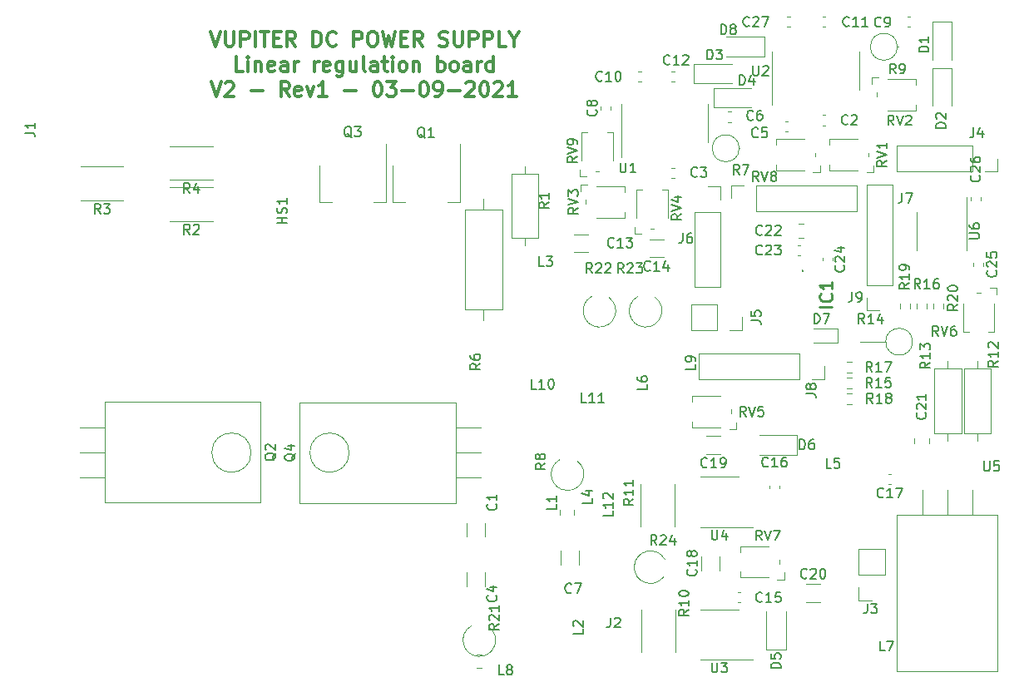
<source format=gbr>
%TF.GenerationSoftware,KiCad,Pcbnew,5.1.9-73d0e3b20d~88~ubuntu20.04.1*%
%TF.CreationDate,2021-03-11T22:20:10-06:00*%
%TF.ProjectId,brd,6272642e-6b69-4636-9164-5f7063625858,rev?*%
%TF.SameCoordinates,Original*%
%TF.FileFunction,Legend,Top*%
%TF.FilePolarity,Positive*%
%FSLAX46Y46*%
G04 Gerber Fmt 4.6, Leading zero omitted, Abs format (unit mm)*
G04 Created by KiCad (PCBNEW 5.1.9-73d0e3b20d~88~ubuntu20.04.1) date 2021-03-11 22:20:10*
%MOMM*%
%LPD*%
G01*
G04 APERTURE LIST*
%ADD10C,0.300000*%
%ADD11C,0.120000*%
%ADD12C,0.200000*%
%ADD13C,0.150000*%
%ADD14C,0.254000*%
G04 APERTURE END LIST*
D10*
X40621428Y-54678571D02*
X41121428Y-56178571D01*
X41621428Y-54678571D01*
X42121428Y-54678571D02*
X42121428Y-55892857D01*
X42192857Y-56035714D01*
X42264285Y-56107142D01*
X42407142Y-56178571D01*
X42692857Y-56178571D01*
X42835714Y-56107142D01*
X42907142Y-56035714D01*
X42978571Y-55892857D01*
X42978571Y-54678571D01*
X43692857Y-56178571D02*
X43692857Y-54678571D01*
X44264285Y-54678571D01*
X44407142Y-54750000D01*
X44478571Y-54821428D01*
X44550000Y-54964285D01*
X44550000Y-55178571D01*
X44478571Y-55321428D01*
X44407142Y-55392857D01*
X44264285Y-55464285D01*
X43692857Y-55464285D01*
X45192857Y-56178571D02*
X45192857Y-54678571D01*
X45692857Y-54678571D02*
X46550000Y-54678571D01*
X46121428Y-56178571D02*
X46121428Y-54678571D01*
X47050000Y-55392857D02*
X47550000Y-55392857D01*
X47764285Y-56178571D02*
X47050000Y-56178571D01*
X47050000Y-54678571D01*
X47764285Y-54678571D01*
X49264285Y-56178571D02*
X48764285Y-55464285D01*
X48407142Y-56178571D02*
X48407142Y-54678571D01*
X48978571Y-54678571D01*
X49121428Y-54750000D01*
X49192857Y-54821428D01*
X49264285Y-54964285D01*
X49264285Y-55178571D01*
X49192857Y-55321428D01*
X49121428Y-55392857D01*
X48978571Y-55464285D01*
X48407142Y-55464285D01*
X51049999Y-56178571D02*
X51049999Y-54678571D01*
X51407142Y-54678571D01*
X51621428Y-54750000D01*
X51764285Y-54892857D01*
X51835714Y-55035714D01*
X51907142Y-55321428D01*
X51907142Y-55535714D01*
X51835714Y-55821428D01*
X51764285Y-55964285D01*
X51621428Y-56107142D01*
X51407142Y-56178571D01*
X51049999Y-56178571D01*
X53407142Y-56035714D02*
X53335714Y-56107142D01*
X53121428Y-56178571D01*
X52978571Y-56178571D01*
X52764285Y-56107142D01*
X52621428Y-55964285D01*
X52549999Y-55821428D01*
X52478571Y-55535714D01*
X52478571Y-55321428D01*
X52549999Y-55035714D01*
X52621428Y-54892857D01*
X52764285Y-54750000D01*
X52978571Y-54678571D01*
X53121428Y-54678571D01*
X53335714Y-54750000D01*
X53407142Y-54821428D01*
X55192857Y-56178571D02*
X55192857Y-54678571D01*
X55764285Y-54678571D01*
X55907142Y-54750000D01*
X55978571Y-54821428D01*
X56049999Y-54964285D01*
X56049999Y-55178571D01*
X55978571Y-55321428D01*
X55907142Y-55392857D01*
X55764285Y-55464285D01*
X55192857Y-55464285D01*
X56978571Y-54678571D02*
X57264285Y-54678571D01*
X57407142Y-54750000D01*
X57549999Y-54892857D01*
X57621428Y-55178571D01*
X57621428Y-55678571D01*
X57549999Y-55964285D01*
X57407142Y-56107142D01*
X57264285Y-56178571D01*
X56978571Y-56178571D01*
X56835714Y-56107142D01*
X56692857Y-55964285D01*
X56621428Y-55678571D01*
X56621428Y-55178571D01*
X56692857Y-54892857D01*
X56835714Y-54750000D01*
X56978571Y-54678571D01*
X58121428Y-54678571D02*
X58478571Y-56178571D01*
X58764285Y-55107142D01*
X59049999Y-56178571D01*
X59407142Y-54678571D01*
X59978571Y-55392857D02*
X60478571Y-55392857D01*
X60692857Y-56178571D02*
X59978571Y-56178571D01*
X59978571Y-54678571D01*
X60692857Y-54678571D01*
X62192857Y-56178571D02*
X61692857Y-55464285D01*
X61335714Y-56178571D02*
X61335714Y-54678571D01*
X61907142Y-54678571D01*
X62049999Y-54750000D01*
X62121428Y-54821428D01*
X62192857Y-54964285D01*
X62192857Y-55178571D01*
X62121428Y-55321428D01*
X62049999Y-55392857D01*
X61907142Y-55464285D01*
X61335714Y-55464285D01*
X63907142Y-56107142D02*
X64121428Y-56178571D01*
X64478571Y-56178571D01*
X64621428Y-56107142D01*
X64692857Y-56035714D01*
X64764285Y-55892857D01*
X64764285Y-55750000D01*
X64692857Y-55607142D01*
X64621428Y-55535714D01*
X64478571Y-55464285D01*
X64192857Y-55392857D01*
X64049999Y-55321428D01*
X63978571Y-55250000D01*
X63907142Y-55107142D01*
X63907142Y-54964285D01*
X63978571Y-54821428D01*
X64049999Y-54750000D01*
X64192857Y-54678571D01*
X64549999Y-54678571D01*
X64764285Y-54750000D01*
X65407142Y-54678571D02*
X65407142Y-55892857D01*
X65478571Y-56035714D01*
X65549999Y-56107142D01*
X65692857Y-56178571D01*
X65978571Y-56178571D01*
X66121428Y-56107142D01*
X66192857Y-56035714D01*
X66264285Y-55892857D01*
X66264285Y-54678571D01*
X66978571Y-56178571D02*
X66978571Y-54678571D01*
X67550000Y-54678571D01*
X67692857Y-54750000D01*
X67764285Y-54821428D01*
X67835714Y-54964285D01*
X67835714Y-55178571D01*
X67764285Y-55321428D01*
X67692857Y-55392857D01*
X67550000Y-55464285D01*
X66978571Y-55464285D01*
X68478571Y-56178571D02*
X68478571Y-54678571D01*
X69050000Y-54678571D01*
X69192857Y-54750000D01*
X69264285Y-54821428D01*
X69335714Y-54964285D01*
X69335714Y-55178571D01*
X69264285Y-55321428D01*
X69192857Y-55392857D01*
X69050000Y-55464285D01*
X68478571Y-55464285D01*
X70692857Y-56178571D02*
X69978571Y-56178571D01*
X69978571Y-54678571D01*
X71478571Y-55464285D02*
X71478571Y-56178571D01*
X70978571Y-54678571D02*
X71478571Y-55464285D01*
X71978571Y-54678571D01*
X43942857Y-58728571D02*
X43228571Y-58728571D01*
X43228571Y-57228571D01*
X44442857Y-58728571D02*
X44442857Y-57728571D01*
X44442857Y-57228571D02*
X44371428Y-57300000D01*
X44442857Y-57371428D01*
X44514285Y-57300000D01*
X44442857Y-57228571D01*
X44442857Y-57371428D01*
X45157142Y-57728571D02*
X45157142Y-58728571D01*
X45157142Y-57871428D02*
X45228571Y-57800000D01*
X45371428Y-57728571D01*
X45585714Y-57728571D01*
X45728571Y-57800000D01*
X45799999Y-57942857D01*
X45799999Y-58728571D01*
X47085714Y-58657142D02*
X46942857Y-58728571D01*
X46657142Y-58728571D01*
X46514285Y-58657142D01*
X46442857Y-58514285D01*
X46442857Y-57942857D01*
X46514285Y-57800000D01*
X46657142Y-57728571D01*
X46942857Y-57728571D01*
X47085714Y-57800000D01*
X47157142Y-57942857D01*
X47157142Y-58085714D01*
X46442857Y-58228571D01*
X48442857Y-58728571D02*
X48442857Y-57942857D01*
X48371428Y-57800000D01*
X48228571Y-57728571D01*
X47942857Y-57728571D01*
X47799999Y-57800000D01*
X48442857Y-58657142D02*
X48299999Y-58728571D01*
X47942857Y-58728571D01*
X47799999Y-58657142D01*
X47728571Y-58514285D01*
X47728571Y-58371428D01*
X47799999Y-58228571D01*
X47942857Y-58157142D01*
X48299999Y-58157142D01*
X48442857Y-58085714D01*
X49157142Y-58728571D02*
X49157142Y-57728571D01*
X49157142Y-58014285D02*
X49228571Y-57871428D01*
X49299999Y-57800000D01*
X49442857Y-57728571D01*
X49585714Y-57728571D01*
X51228571Y-58728571D02*
X51228571Y-57728571D01*
X51228571Y-58014285D02*
X51299999Y-57871428D01*
X51371428Y-57800000D01*
X51514285Y-57728571D01*
X51657142Y-57728571D01*
X52728571Y-58657142D02*
X52585714Y-58728571D01*
X52299999Y-58728571D01*
X52157142Y-58657142D01*
X52085714Y-58514285D01*
X52085714Y-57942857D01*
X52157142Y-57800000D01*
X52299999Y-57728571D01*
X52585714Y-57728571D01*
X52728571Y-57800000D01*
X52799999Y-57942857D01*
X52799999Y-58085714D01*
X52085714Y-58228571D01*
X54085714Y-57728571D02*
X54085714Y-58942857D01*
X54014285Y-59085714D01*
X53942857Y-59157142D01*
X53799999Y-59228571D01*
X53585714Y-59228571D01*
X53442857Y-59157142D01*
X54085714Y-58657142D02*
X53942857Y-58728571D01*
X53657142Y-58728571D01*
X53514285Y-58657142D01*
X53442857Y-58585714D01*
X53371428Y-58442857D01*
X53371428Y-58014285D01*
X53442857Y-57871428D01*
X53514285Y-57800000D01*
X53657142Y-57728571D01*
X53942857Y-57728571D01*
X54085714Y-57800000D01*
X55442857Y-57728571D02*
X55442857Y-58728571D01*
X54799999Y-57728571D02*
X54799999Y-58514285D01*
X54871428Y-58657142D01*
X55014285Y-58728571D01*
X55228571Y-58728571D01*
X55371428Y-58657142D01*
X55442857Y-58585714D01*
X56371428Y-58728571D02*
X56228571Y-58657142D01*
X56157142Y-58514285D01*
X56157142Y-57228571D01*
X57585714Y-58728571D02*
X57585714Y-57942857D01*
X57514285Y-57800000D01*
X57371428Y-57728571D01*
X57085714Y-57728571D01*
X56942857Y-57800000D01*
X57585714Y-58657142D02*
X57442857Y-58728571D01*
X57085714Y-58728571D01*
X56942857Y-58657142D01*
X56871428Y-58514285D01*
X56871428Y-58371428D01*
X56942857Y-58228571D01*
X57085714Y-58157142D01*
X57442857Y-58157142D01*
X57585714Y-58085714D01*
X58085714Y-57728571D02*
X58657142Y-57728571D01*
X58299999Y-57228571D02*
X58299999Y-58514285D01*
X58371428Y-58657142D01*
X58514285Y-58728571D01*
X58657142Y-58728571D01*
X59157142Y-58728571D02*
X59157142Y-57728571D01*
X59157142Y-57228571D02*
X59085714Y-57300000D01*
X59157142Y-57371428D01*
X59228571Y-57300000D01*
X59157142Y-57228571D01*
X59157142Y-57371428D01*
X60085714Y-58728571D02*
X59942857Y-58657142D01*
X59871428Y-58585714D01*
X59799999Y-58442857D01*
X59799999Y-58014285D01*
X59871428Y-57871428D01*
X59942857Y-57800000D01*
X60085714Y-57728571D01*
X60299999Y-57728571D01*
X60442857Y-57800000D01*
X60514285Y-57871428D01*
X60585714Y-58014285D01*
X60585714Y-58442857D01*
X60514285Y-58585714D01*
X60442857Y-58657142D01*
X60299999Y-58728571D01*
X60085714Y-58728571D01*
X61228571Y-57728571D02*
X61228571Y-58728571D01*
X61228571Y-57871428D02*
X61299999Y-57800000D01*
X61442857Y-57728571D01*
X61657142Y-57728571D01*
X61799999Y-57800000D01*
X61871428Y-57942857D01*
X61871428Y-58728571D01*
X63728571Y-58728571D02*
X63728571Y-57228571D01*
X63728571Y-57800000D02*
X63871428Y-57728571D01*
X64157142Y-57728571D01*
X64299999Y-57800000D01*
X64371428Y-57871428D01*
X64442857Y-58014285D01*
X64442857Y-58442857D01*
X64371428Y-58585714D01*
X64299999Y-58657142D01*
X64157142Y-58728571D01*
X63871428Y-58728571D01*
X63728571Y-58657142D01*
X65299999Y-58728571D02*
X65157142Y-58657142D01*
X65085714Y-58585714D01*
X65014285Y-58442857D01*
X65014285Y-58014285D01*
X65085714Y-57871428D01*
X65157142Y-57800000D01*
X65299999Y-57728571D01*
X65514285Y-57728571D01*
X65657142Y-57800000D01*
X65728571Y-57871428D01*
X65799999Y-58014285D01*
X65799999Y-58442857D01*
X65728571Y-58585714D01*
X65657142Y-58657142D01*
X65514285Y-58728571D01*
X65299999Y-58728571D01*
X67085714Y-58728571D02*
X67085714Y-57942857D01*
X67014285Y-57800000D01*
X66871428Y-57728571D01*
X66585714Y-57728571D01*
X66442857Y-57800000D01*
X67085714Y-58657142D02*
X66942857Y-58728571D01*
X66585714Y-58728571D01*
X66442857Y-58657142D01*
X66371428Y-58514285D01*
X66371428Y-58371428D01*
X66442857Y-58228571D01*
X66585714Y-58157142D01*
X66942857Y-58157142D01*
X67085714Y-58085714D01*
X67800000Y-58728571D02*
X67800000Y-57728571D01*
X67800000Y-58014285D02*
X67871428Y-57871428D01*
X67942857Y-57800000D01*
X68085714Y-57728571D01*
X68228571Y-57728571D01*
X69371428Y-58728571D02*
X69371428Y-57228571D01*
X69371428Y-58657142D02*
X69228571Y-58728571D01*
X68942857Y-58728571D01*
X68800000Y-58657142D01*
X68728571Y-58585714D01*
X68657142Y-58442857D01*
X68657142Y-58014285D01*
X68728571Y-57871428D01*
X68800000Y-57800000D01*
X68942857Y-57728571D01*
X69228571Y-57728571D01*
X69371428Y-57800000D01*
X40692857Y-59778571D02*
X41192857Y-61278571D01*
X41692857Y-59778571D01*
X42121428Y-59921428D02*
X42192857Y-59850000D01*
X42335714Y-59778571D01*
X42692857Y-59778571D01*
X42835714Y-59850000D01*
X42907142Y-59921428D01*
X42978571Y-60064285D01*
X42978571Y-60207142D01*
X42907142Y-60421428D01*
X42050000Y-61278571D01*
X42978571Y-61278571D01*
X44764285Y-60707142D02*
X45907142Y-60707142D01*
X48621428Y-61278571D02*
X48121428Y-60564285D01*
X47764285Y-61278571D02*
X47764285Y-59778571D01*
X48335714Y-59778571D01*
X48478571Y-59850000D01*
X48550000Y-59921428D01*
X48621428Y-60064285D01*
X48621428Y-60278571D01*
X48550000Y-60421428D01*
X48478571Y-60492857D01*
X48335714Y-60564285D01*
X47764285Y-60564285D01*
X49835714Y-61207142D02*
X49692857Y-61278571D01*
X49407142Y-61278571D01*
X49264285Y-61207142D01*
X49192857Y-61064285D01*
X49192857Y-60492857D01*
X49264285Y-60350000D01*
X49407142Y-60278571D01*
X49692857Y-60278571D01*
X49835714Y-60350000D01*
X49907142Y-60492857D01*
X49907142Y-60635714D01*
X49192857Y-60778571D01*
X50407142Y-60278571D02*
X50764285Y-61278571D01*
X51121428Y-60278571D01*
X52478571Y-61278571D02*
X51621428Y-61278571D01*
X52050000Y-61278571D02*
X52050000Y-59778571D01*
X51907142Y-59992857D01*
X51764285Y-60135714D01*
X51621428Y-60207142D01*
X54264285Y-60707142D02*
X55407142Y-60707142D01*
X57550000Y-59778571D02*
X57692857Y-59778571D01*
X57835714Y-59850000D01*
X57907142Y-59921428D01*
X57978571Y-60064285D01*
X58050000Y-60350000D01*
X58050000Y-60707142D01*
X57978571Y-60992857D01*
X57907142Y-61135714D01*
X57835714Y-61207142D01*
X57692857Y-61278571D01*
X57550000Y-61278571D01*
X57407142Y-61207142D01*
X57335714Y-61135714D01*
X57264285Y-60992857D01*
X57192857Y-60707142D01*
X57192857Y-60350000D01*
X57264285Y-60064285D01*
X57335714Y-59921428D01*
X57407142Y-59850000D01*
X57550000Y-59778571D01*
X58550000Y-59778571D02*
X59478571Y-59778571D01*
X58978571Y-60350000D01*
X59192857Y-60350000D01*
X59335714Y-60421428D01*
X59407142Y-60492857D01*
X59478571Y-60635714D01*
X59478571Y-60992857D01*
X59407142Y-61135714D01*
X59335714Y-61207142D01*
X59192857Y-61278571D01*
X58764285Y-61278571D01*
X58621428Y-61207142D01*
X58550000Y-61135714D01*
X60121428Y-60707142D02*
X61264285Y-60707142D01*
X62264285Y-59778571D02*
X62407142Y-59778571D01*
X62550000Y-59850000D01*
X62621428Y-59921428D01*
X62692857Y-60064285D01*
X62764285Y-60350000D01*
X62764285Y-60707142D01*
X62692857Y-60992857D01*
X62621428Y-61135714D01*
X62550000Y-61207142D01*
X62407142Y-61278571D01*
X62264285Y-61278571D01*
X62121428Y-61207142D01*
X62050000Y-61135714D01*
X61978571Y-60992857D01*
X61907142Y-60707142D01*
X61907142Y-60350000D01*
X61978571Y-60064285D01*
X62050000Y-59921428D01*
X62121428Y-59850000D01*
X62264285Y-59778571D01*
X63478571Y-61278571D02*
X63764285Y-61278571D01*
X63907142Y-61207142D01*
X63978571Y-61135714D01*
X64121428Y-60921428D01*
X64192857Y-60635714D01*
X64192857Y-60064285D01*
X64121428Y-59921428D01*
X64050000Y-59850000D01*
X63907142Y-59778571D01*
X63621428Y-59778571D01*
X63478571Y-59850000D01*
X63407142Y-59921428D01*
X63335714Y-60064285D01*
X63335714Y-60421428D01*
X63407142Y-60564285D01*
X63478571Y-60635714D01*
X63621428Y-60707142D01*
X63907142Y-60707142D01*
X64050000Y-60635714D01*
X64121428Y-60564285D01*
X64192857Y-60421428D01*
X64835714Y-60707142D02*
X65978571Y-60707142D01*
X66621428Y-59921428D02*
X66692857Y-59850000D01*
X66835714Y-59778571D01*
X67192857Y-59778571D01*
X67335714Y-59850000D01*
X67407142Y-59921428D01*
X67478571Y-60064285D01*
X67478571Y-60207142D01*
X67407142Y-60421428D01*
X66550000Y-61278571D01*
X67478571Y-61278571D01*
X68407142Y-59778571D02*
X68550000Y-59778571D01*
X68692857Y-59850000D01*
X68764285Y-59921428D01*
X68835714Y-60064285D01*
X68907142Y-60350000D01*
X68907142Y-60707142D01*
X68835714Y-60992857D01*
X68764285Y-61135714D01*
X68692857Y-61207142D01*
X68550000Y-61278571D01*
X68407142Y-61278571D01*
X68264285Y-61207142D01*
X68192857Y-61135714D01*
X68121428Y-60992857D01*
X68050000Y-60707142D01*
X68050000Y-60350000D01*
X68121428Y-60064285D01*
X68192857Y-59921428D01*
X68264285Y-59850000D01*
X68407142Y-59778571D01*
X69478571Y-59921428D02*
X69550000Y-59850000D01*
X69692857Y-59778571D01*
X70050000Y-59778571D01*
X70192857Y-59850000D01*
X70264285Y-59921428D01*
X70335714Y-60064285D01*
X70335714Y-60207142D01*
X70264285Y-60421428D01*
X69407142Y-61278571D01*
X70335714Y-61278571D01*
X71764285Y-61278571D02*
X70907142Y-61278571D01*
X71335714Y-61278571D02*
X71335714Y-59778571D01*
X71192857Y-59992857D01*
X71050000Y-60135714D01*
X70907142Y-60207142D01*
D11*
%TO.C,R24*%
X86744775Y-110171380D02*
G75*
G02*
X86853272Y-108400000I-1344775J971380D01*
G01*
%TO.C,R23*%
X85871380Y-81755225D02*
G75*
G02*
X84100000Y-81646728I-971380J-1344775D01*
G01*
%TO.C,R22*%
X81171380Y-81755225D02*
G75*
G02*
X79400000Y-81646728I-971380J-1344775D01*
G01*
%TO.C,R21*%
X68946380Y-115280225D02*
G75*
G02*
X67175000Y-115171728I-971380J-1344775D01*
G01*
%TO.C,R8*%
X77921380Y-98380225D02*
G75*
G02*
X76150000Y-98271728I-971380J-1344775D01*
G01*
%TO.C,L8*%
X68236252Y-119485000D02*
X67713748Y-119485000D01*
X68236252Y-118065000D02*
X67713748Y-118065000D01*
%TO.C,L4*%
X77610000Y-103378748D02*
X77610000Y-103901252D01*
X76190000Y-103378748D02*
X76190000Y-103901252D01*
%TO.C,C18*%
X90590000Y-109511252D02*
X90590000Y-108088748D01*
X92410000Y-109511252D02*
X92410000Y-108088748D01*
%TO.C,C7*%
X78110000Y-107488748D02*
X78110000Y-108911252D01*
X76290000Y-107488748D02*
X76290000Y-108911252D01*
%TO.C,RV5*%
X93600000Y-93550000D02*
X93600000Y-93150000D01*
X92500000Y-94950000D02*
X89600000Y-94950000D01*
X89600000Y-94950000D02*
X89600000Y-94350000D01*
X92500000Y-91750000D02*
X89600000Y-91750000D01*
X89600000Y-91750000D02*
X89600000Y-92350000D01*
X93400000Y-95150000D02*
X94100000Y-95150000D01*
X94100000Y-95150000D02*
X94100000Y-94450000D01*
%TO.C,R9*%
X110515100Y-56221900D02*
G75*
G03*
X110515100Y-56221900I-1370000J0D01*
G01*
X110515100Y-56221900D02*
X110585100Y-56221900D01*
%TO.C,R7*%
X94421500Y-66559000D02*
G75*
G03*
X94421500Y-66559000I-1370000J0D01*
G01*
X94421500Y-66559000D02*
X94491500Y-66559000D01*
%TO.C,R14*%
X112070000Y-86250000D02*
G75*
G03*
X112070000Y-86250000I-1370000J0D01*
G01*
X109330000Y-86250000D02*
X106720000Y-86250000D01*
%TO.C,U6*%
X112450468Y-75000648D02*
X112450468Y-76950648D01*
X112450468Y-75000648D02*
X112450468Y-73050648D01*
X117570468Y-75000648D02*
X117570468Y-76950648D01*
X117570468Y-75000648D02*
X117570468Y-71550648D01*
%TO.C,U5*%
X120730000Y-103890000D02*
X110490000Y-103890000D01*
X120730000Y-119780000D02*
X110490000Y-119780000D01*
X120730000Y-119780000D02*
X120730000Y-103890000D01*
X110490000Y-119780000D02*
X110490000Y-103890000D01*
X118150000Y-103890000D02*
X118150000Y-101350000D01*
X115610000Y-103890000D02*
X115610000Y-101350000D01*
X113070000Y-103890000D02*
X113070000Y-101350000D01*
%TO.C,U4*%
X92400000Y-99990000D02*
X90450000Y-99990000D01*
X92400000Y-99990000D02*
X94350000Y-99990000D01*
X92400000Y-105110000D02*
X90450000Y-105110000D01*
X92400000Y-105110000D02*
X95850000Y-105110000D01*
%TO.C,U3*%
X92400000Y-113490000D02*
X90450000Y-113490000D01*
X92400000Y-113490000D02*
X94350000Y-113490000D01*
X92400000Y-118610000D02*
X90450000Y-118610000D01*
X92400000Y-118610000D02*
X95850000Y-118610000D01*
%TO.C,U2*%
X106633200Y-58698400D02*
X106633200Y-56748400D01*
X106633200Y-58698400D02*
X106633200Y-60648400D01*
X97763200Y-58698400D02*
X97763200Y-56748400D01*
X97763200Y-58698400D02*
X97763200Y-62148400D01*
%TO.C,U1*%
X91263500Y-64019000D02*
X91263500Y-62069000D01*
X91263500Y-64019000D02*
X91263500Y-65969000D01*
X82393500Y-64019000D02*
X82393500Y-62069000D01*
X82393500Y-64019000D02*
X82393500Y-67469000D01*
%TO.C,RV9*%
X79770500Y-68913000D02*
X80170500Y-68913000D01*
X78370500Y-67813000D02*
X78370500Y-64913000D01*
X78370500Y-64913000D02*
X78970500Y-64913000D01*
X81570500Y-67813000D02*
X81570500Y-64913000D01*
X81570500Y-64913000D02*
X80970500Y-64913000D01*
X78170500Y-68713000D02*
X78170500Y-69413000D01*
X78170500Y-69413000D02*
X78870500Y-69413000D01*
%TO.C,RV8*%
X102140000Y-67410000D02*
X102140000Y-67010000D01*
X101040000Y-68810000D02*
X98140000Y-68810000D01*
X98140000Y-68810000D02*
X98140000Y-68210000D01*
X101040000Y-65610000D02*
X98140000Y-65610000D01*
X98140000Y-65610000D02*
X98140000Y-66210000D01*
X101940000Y-69010000D02*
X102640000Y-69010000D01*
X102640000Y-69010000D02*
X102640000Y-68310000D01*
%TO.C,RV7*%
X98500000Y-108850000D02*
X98500000Y-108450000D01*
X97400000Y-110250000D02*
X94500000Y-110250000D01*
X94500000Y-110250000D02*
X94500000Y-109650000D01*
X97400000Y-107050000D02*
X94500000Y-107050000D01*
X94500000Y-107050000D02*
X94500000Y-107650000D01*
X98300000Y-110450000D02*
X99000000Y-110450000D01*
X99000000Y-110450000D02*
X99000000Y-109750000D01*
%TO.C,RV6*%
X119000000Y-81250000D02*
X118600000Y-81250000D01*
X120400000Y-82350000D02*
X120400000Y-85250000D01*
X120400000Y-85250000D02*
X119800000Y-85250000D01*
X117200000Y-82350000D02*
X117200000Y-85250000D01*
X117200000Y-85250000D02*
X117800000Y-85250000D01*
X120600000Y-81450000D02*
X120600000Y-80750000D01*
X120600000Y-80750000D02*
X119900000Y-80750000D01*
%TO.C,RV4*%
X85358500Y-74755000D02*
X85758500Y-74755000D01*
X83958500Y-73655000D02*
X83958500Y-70755000D01*
X83958500Y-70755000D02*
X84558500Y-70755000D01*
X87158500Y-73655000D02*
X87158500Y-70755000D01*
X87158500Y-70755000D02*
X86558500Y-70755000D01*
X83758500Y-74555000D02*
X83758500Y-75255000D01*
X83758500Y-75255000D02*
X84458500Y-75255000D01*
%TO.C,RV3*%
X78759500Y-71820000D02*
X78759500Y-72220000D01*
X79859500Y-70420000D02*
X82759500Y-70420000D01*
X82759500Y-70420000D02*
X82759500Y-71020000D01*
X79859500Y-73620000D02*
X82759500Y-73620000D01*
X82759500Y-73620000D02*
X82759500Y-73020000D01*
X78959500Y-70220000D02*
X78259500Y-70220000D01*
X78259500Y-70220000D02*
X78259500Y-70920000D01*
%TO.C,RV2*%
X108398200Y-60898400D02*
X108398200Y-61298400D01*
X109498200Y-59498400D02*
X112398200Y-59498400D01*
X112398200Y-59498400D02*
X112398200Y-60098400D01*
X109498200Y-62698400D02*
X112398200Y-62698400D01*
X112398200Y-62698400D02*
X112398200Y-62098400D01*
X108598200Y-59298400D02*
X107898200Y-59298400D01*
X107898200Y-59298400D02*
X107898200Y-59998400D01*
%TO.C,RV1*%
X107590000Y-67410000D02*
X107590000Y-67010000D01*
X106490000Y-68810000D02*
X103590000Y-68810000D01*
X103590000Y-68810000D02*
X103590000Y-68210000D01*
X106490000Y-65610000D02*
X103590000Y-65610000D01*
X103590000Y-65610000D02*
X103590000Y-66210000D01*
X107390000Y-69010000D02*
X108090000Y-69010000D01*
X108090000Y-69010000D02*
X108090000Y-68310000D01*
%TO.C,R20*%
X115222500Y-82395276D02*
X115222500Y-82904724D01*
X114177500Y-82395276D02*
X114177500Y-82904724D01*
%TO.C,R19*%
X111822500Y-82395276D02*
X111822500Y-82904724D01*
X110777500Y-82395276D02*
X110777500Y-82904724D01*
%TO.C,R18*%
X105345276Y-91527500D02*
X105854724Y-91527500D01*
X105345276Y-92572500D02*
X105854724Y-92572500D01*
%TO.C,R17*%
X105345276Y-88327500D02*
X105854724Y-88327500D01*
X105345276Y-89372500D02*
X105854724Y-89372500D01*
%TO.C,R16*%
X112477500Y-82904724D02*
X112477500Y-82395276D01*
X113522500Y-82904724D02*
X113522500Y-82395276D01*
%TO.C,R15*%
X105854724Y-90972500D02*
X105345276Y-90972500D01*
X105854724Y-89927500D02*
X105345276Y-89927500D01*
%TO.C,R13*%
X114280000Y-95550000D02*
X117020000Y-95550000D01*
X117020000Y-95550000D02*
X117020000Y-89010000D01*
X117020000Y-89010000D02*
X114280000Y-89010000D01*
X114280000Y-89010000D02*
X114280000Y-95550000D01*
X115650000Y-96320000D02*
X115650000Y-95550000D01*
X115650000Y-88240000D02*
X115650000Y-89010000D01*
%TO.C,R12*%
X117280000Y-95550000D02*
X120020000Y-95550000D01*
X120020000Y-95550000D02*
X120020000Y-89010000D01*
X120020000Y-89010000D02*
X117280000Y-89010000D01*
X117280000Y-89010000D02*
X117280000Y-95550000D01*
X118650000Y-96320000D02*
X118650000Y-95550000D01*
X118650000Y-88240000D02*
X118650000Y-89010000D01*
%TO.C,R11*%
X84390000Y-105077064D02*
X84390000Y-100722936D01*
X87810000Y-105077064D02*
X87810000Y-100722936D01*
%TO.C,R10*%
X87910000Y-113522936D02*
X87910000Y-117877064D01*
X84490000Y-113522936D02*
X84490000Y-117877064D01*
%TO.C,R6*%
X66480000Y-82950000D02*
X70320000Y-82950000D01*
X70320000Y-82950000D02*
X70320000Y-72810000D01*
X70320000Y-72810000D02*
X66480000Y-72810000D01*
X66480000Y-72810000D02*
X66480000Y-82950000D01*
X68400000Y-84060000D02*
X68400000Y-82950000D01*
X68400000Y-71700000D02*
X68400000Y-72810000D01*
%TO.C,R4*%
X40852564Y-69755000D02*
X36498436Y-69755000D01*
X40852564Y-66335000D02*
X36498436Y-66335000D01*
%TO.C,R3*%
X31752564Y-71855000D02*
X27398436Y-71855000D01*
X31752564Y-68435000D02*
X27398436Y-68435000D01*
%TO.C,R2*%
X40852564Y-73955000D02*
X36498436Y-73955000D01*
X40852564Y-70535000D02*
X36498436Y-70535000D01*
%TO.C,R1*%
X71230000Y-75690000D02*
X73970000Y-75690000D01*
X73970000Y-75690000D02*
X73970000Y-69150000D01*
X73970000Y-69150000D02*
X71230000Y-69150000D01*
X71230000Y-69150000D02*
X71230000Y-75690000D01*
X72600000Y-76460000D02*
X72600000Y-75690000D01*
X72600000Y-68380000D02*
X72600000Y-69150000D01*
%TO.C,Q4*%
X65585500Y-102665000D02*
X65585500Y-92425000D01*
X49695500Y-102665000D02*
X49695500Y-92425000D01*
X49695500Y-102665000D02*
X65585500Y-102665000D01*
X49695500Y-92425000D02*
X65585500Y-92425000D01*
X65585500Y-100085000D02*
X68125500Y-100085000D01*
X65585500Y-97545000D02*
X68125500Y-97545000D01*
X65585500Y-95005000D02*
X68125500Y-95005000D01*
%TO.C,Q3*%
X51675000Y-72080000D02*
X52935000Y-72080000D01*
X58495000Y-72080000D02*
X57235000Y-72080000D01*
X51675000Y-68320000D02*
X51675000Y-72080000D01*
X58495000Y-66070000D02*
X58495000Y-72080000D01*
%TO.C,Q2*%
X29832500Y-92365000D02*
X29832500Y-102605000D01*
X45722500Y-92365000D02*
X45722500Y-102605000D01*
X45722500Y-92365000D02*
X29832500Y-92365000D01*
X45722500Y-102605000D02*
X29832500Y-102605000D01*
X29832500Y-94945000D02*
X27292500Y-94945000D01*
X29832500Y-97485000D02*
X27292500Y-97485000D01*
X29832500Y-100025000D02*
X27292500Y-100025000D01*
%TO.C,Q1*%
X59175000Y-72080000D02*
X60435000Y-72080000D01*
X65995000Y-72080000D02*
X64735000Y-72080000D01*
X59175000Y-68320000D02*
X59175000Y-72080000D01*
X65995000Y-66070000D02*
X65995000Y-72080000D01*
%TO.C,J9*%
X110030000Y-80480000D02*
X107370000Y-80480000D01*
X110030000Y-80480000D02*
X110030000Y-70260000D01*
X110030000Y-70260000D02*
X107370000Y-70260000D01*
X107370000Y-80480000D02*
X107370000Y-70260000D01*
X107370000Y-83080000D02*
X107370000Y-81750000D01*
X108700000Y-83080000D02*
X107370000Y-83080000D01*
%TO.C,J8*%
X100510000Y-87420000D02*
X100510000Y-90080000D01*
X100510000Y-87420000D02*
X90290000Y-87420000D01*
X90290000Y-87420000D02*
X90290000Y-90080000D01*
X100510000Y-90080000D02*
X90290000Y-90080000D01*
X103110000Y-90080000D02*
X101780000Y-90080000D01*
X103110000Y-88750000D02*
X103110000Y-90080000D01*
%TO.C,J7*%
X96170000Y-72980000D02*
X96170000Y-70320000D01*
X96170000Y-72980000D02*
X106390000Y-72980000D01*
X106390000Y-72980000D02*
X106390000Y-70320000D01*
X96170000Y-70320000D02*
X106390000Y-70320000D01*
X93570000Y-70320000D02*
X94900000Y-70320000D01*
X93570000Y-71650000D02*
X93570000Y-70320000D01*
%TO.C,J6*%
X89870000Y-73020000D02*
X92530000Y-73020000D01*
X89870000Y-73020000D02*
X89870000Y-80700000D01*
X89870000Y-80700000D02*
X92530000Y-80700000D01*
X92530000Y-73020000D02*
X92530000Y-80700000D01*
X92530000Y-70420000D02*
X92530000Y-71750000D01*
X91200000Y-70420000D02*
X92530000Y-70420000D01*
%TO.C,J5*%
X92130000Y-82420000D02*
X92130000Y-85080000D01*
X92130000Y-82420000D02*
X89530000Y-82420000D01*
X89530000Y-82420000D02*
X89530000Y-85080000D01*
X92130000Y-85080000D02*
X89530000Y-85080000D01*
X94730000Y-85080000D02*
X93400000Y-85080000D01*
X94730000Y-83750000D02*
X94730000Y-85080000D01*
%TO.C,J4*%
X118140467Y-66270648D02*
X118140467Y-68930648D01*
X118140467Y-66270648D02*
X110460467Y-66270648D01*
X110460467Y-66270648D02*
X110460467Y-68930648D01*
X118140467Y-68930648D02*
X110460467Y-68930648D01*
X120740467Y-68930648D02*
X119410467Y-68930648D01*
X120740467Y-67600648D02*
X120740467Y-68930648D01*
%TO.C,J3*%
X109230000Y-109980000D02*
X106570000Y-109980000D01*
X109230000Y-109980000D02*
X109230000Y-107380000D01*
X109230000Y-107380000D02*
X106570000Y-107380000D01*
X106570000Y-109980000D02*
X106570000Y-107380000D01*
X106570000Y-112580000D02*
X106570000Y-111250000D01*
X107900000Y-112580000D02*
X106570000Y-112580000D01*
D12*
%TO.C,IC1*%
X100850000Y-78950000D02*
X100850000Y-78950000D01*
X100850000Y-79050000D02*
X100850000Y-79050000D01*
X100850000Y-78950000D02*
X100850000Y-78950000D01*
X100850000Y-79050000D02*
G75*
G02*
X100850000Y-78950000I0J50000D01*
G01*
X100850000Y-78950000D02*
G75*
G02*
X100850000Y-79050000I0J-50000D01*
G01*
X100850000Y-79050000D02*
G75*
G02*
X100850000Y-78950000I0J50000D01*
G01*
D11*
%TO.C,HS1*%
X44742500Y-97539000D02*
G75*
G03*
X44742500Y-97539000I-2000000J0D01*
G01*
X54722500Y-97539000D02*
G75*
G03*
X54722500Y-97539000I-2000000J0D01*
G01*
%TO.C,D8*%
X96990000Y-57210000D02*
X96990000Y-55210000D01*
X96990000Y-55210000D02*
X93140000Y-55210000D01*
X96990000Y-57210000D02*
X93140000Y-57210000D01*
%TO.C,D7*%
X102000000Y-86385000D02*
X104460000Y-86385000D01*
X104460000Y-86385000D02*
X104460000Y-84915000D01*
X104460000Y-84915000D02*
X102000000Y-84915000D01*
%TO.C,D6*%
X100300000Y-97750000D02*
X100300000Y-95750000D01*
X100300000Y-95750000D02*
X96450000Y-95750000D01*
X100300000Y-97750000D02*
X96450000Y-97750000D01*
%TO.C,D5*%
X97200000Y-117550000D02*
X99200000Y-117550000D01*
X99200000Y-117550000D02*
X99200000Y-113700000D01*
X97200000Y-117550000D02*
X97200000Y-113700000D01*
%TO.C,D4*%
X91790000Y-60410000D02*
X91790000Y-62410000D01*
X91790000Y-62410000D02*
X95640000Y-62410000D01*
X91790000Y-60410000D02*
X95640000Y-60410000D01*
%TO.C,D3*%
X89840000Y-57960000D02*
X89840000Y-59960000D01*
X89840000Y-59960000D02*
X93690000Y-59960000D01*
X89840000Y-57960000D02*
X93690000Y-57960000D01*
%TO.C,D2*%
X116072000Y-58381500D02*
X114072000Y-58381500D01*
X114072000Y-58381500D02*
X114072000Y-62231500D01*
X116072000Y-58381500D02*
X116072000Y-62231500D01*
%TO.C,D1*%
X116072000Y-53682500D02*
X114072000Y-53682500D01*
X114072000Y-53682500D02*
X114072000Y-57532500D01*
X116072000Y-53682500D02*
X116072000Y-57532500D01*
%TO.C,C27*%
X99308733Y-53146500D02*
X99601267Y-53146500D01*
X99308733Y-54166500D02*
X99601267Y-54166500D01*
%TO.C,C26*%
X118000467Y-71846915D02*
X118000467Y-71554381D01*
X119020467Y-71846915D02*
X119020467Y-71554381D01*
%TO.C,C25*%
X118275000Y-78516267D02*
X118275000Y-78223733D01*
X119295000Y-78516267D02*
X119295000Y-78223733D01*
%TO.C,C24*%
X102890000Y-77996267D02*
X102890000Y-77703733D01*
X103910000Y-77996267D02*
X103910000Y-77703733D01*
%TO.C,C23*%
X100646267Y-77460000D02*
X100353733Y-77460000D01*
X100646267Y-76440000D02*
X100353733Y-76440000D01*
%TO.C,C22*%
X100961252Y-75685000D02*
X100438748Y-75685000D01*
X100961252Y-74215000D02*
X100438748Y-74215000D01*
%TO.C,C21*%
X112265000Y-96611252D02*
X112265000Y-96088748D01*
X113735000Y-96611252D02*
X113735000Y-96088748D01*
%TO.C,C20*%
X102648752Y-112760000D02*
X101226248Y-112760000D01*
X102648752Y-110940000D02*
X101226248Y-110940000D01*
%TO.C,C19*%
X92511252Y-97660000D02*
X91088748Y-97660000D01*
X92511252Y-95840000D02*
X91088748Y-95840000D01*
%TO.C,C17*%
X109883767Y-100760000D02*
X109591233Y-100760000D01*
X109883767Y-99740000D02*
X109591233Y-99740000D01*
%TO.C,C16*%
X97490000Y-101196267D02*
X97490000Y-100903733D01*
X98510000Y-101196267D02*
X98510000Y-100903733D01*
%TO.C,C15*%
X94253733Y-111740000D02*
X94546267Y-111740000D01*
X94253733Y-112760000D02*
X94546267Y-112760000D01*
%TO.C,C14*%
X86711252Y-77650000D02*
X85288748Y-77650000D01*
X86711252Y-75830000D02*
X85288748Y-75830000D01*
%TO.C,C13*%
X79011252Y-77150000D02*
X77588748Y-77150000D01*
X79011252Y-75330000D02*
X77588748Y-75330000D01*
%TO.C,C12*%
X87538733Y-58760000D02*
X87831267Y-58760000D01*
X87538733Y-59780000D02*
X87831267Y-59780000D01*
%TO.C,C11*%
X102914433Y-53188400D02*
X103206967Y-53188400D01*
X102914433Y-54208400D02*
X103206967Y-54208400D01*
%TO.C,C10*%
X84138733Y-58760000D02*
X84431267Y-58760000D01*
X84138733Y-59780000D02*
X84431267Y-59780000D01*
%TO.C,C9*%
X111526133Y-53184600D02*
X111818667Y-53184600D01*
X111526133Y-54204600D02*
X111818667Y-54204600D01*
%TO.C,C8*%
X81369500Y-62322233D02*
X81369500Y-62614767D01*
X80349500Y-62322233D02*
X80349500Y-62614767D01*
%TO.C,C6*%
X93586267Y-63870000D02*
X93293733Y-63870000D01*
X93586267Y-62850000D02*
X93293733Y-62850000D01*
%TO.C,C5*%
X99101933Y-63838400D02*
X99394467Y-63838400D01*
X99101933Y-64858400D02*
X99394467Y-64858400D01*
%TO.C,C4*%
X68510000Y-109723748D02*
X68510000Y-111146252D01*
X66690000Y-109723748D02*
X66690000Y-111146252D01*
%TO.C,C3*%
X87544733Y-68589000D02*
X87837267Y-68589000D01*
X87544733Y-69609000D02*
X87837267Y-69609000D01*
%TO.C,C2*%
X102901933Y-63188400D02*
X103194467Y-63188400D01*
X102901933Y-64208400D02*
X103194467Y-64208400D01*
%TO.C,C1*%
X68510000Y-104688748D02*
X68510000Y-106111252D01*
X66690000Y-104688748D02*
X66690000Y-106111252D01*
%TO.C,R24*%
D13*
X86027142Y-106932380D02*
X85693809Y-106456190D01*
X85455714Y-106932380D02*
X85455714Y-105932380D01*
X85836666Y-105932380D01*
X85931904Y-105980000D01*
X85979523Y-106027619D01*
X86027142Y-106122857D01*
X86027142Y-106265714D01*
X85979523Y-106360952D01*
X85931904Y-106408571D01*
X85836666Y-106456190D01*
X85455714Y-106456190D01*
X86408095Y-106027619D02*
X86455714Y-105980000D01*
X86550952Y-105932380D01*
X86789047Y-105932380D01*
X86884285Y-105980000D01*
X86931904Y-106027619D01*
X86979523Y-106122857D01*
X86979523Y-106218095D01*
X86931904Y-106360952D01*
X86360476Y-106932380D01*
X86979523Y-106932380D01*
X87836666Y-106265714D02*
X87836666Y-106932380D01*
X87598571Y-105884761D02*
X87360476Y-106599047D01*
X87979523Y-106599047D01*
%TO.C,R23*%
X82657142Y-79252380D02*
X82323809Y-78776190D01*
X82085714Y-79252380D02*
X82085714Y-78252380D01*
X82466666Y-78252380D01*
X82561904Y-78300000D01*
X82609523Y-78347619D01*
X82657142Y-78442857D01*
X82657142Y-78585714D01*
X82609523Y-78680952D01*
X82561904Y-78728571D01*
X82466666Y-78776190D01*
X82085714Y-78776190D01*
X83038095Y-78347619D02*
X83085714Y-78300000D01*
X83180952Y-78252380D01*
X83419047Y-78252380D01*
X83514285Y-78300000D01*
X83561904Y-78347619D01*
X83609523Y-78442857D01*
X83609523Y-78538095D01*
X83561904Y-78680952D01*
X82990476Y-79252380D01*
X83609523Y-79252380D01*
X83942857Y-78252380D02*
X84561904Y-78252380D01*
X84228571Y-78633333D01*
X84371428Y-78633333D01*
X84466666Y-78680952D01*
X84514285Y-78728571D01*
X84561904Y-78823809D01*
X84561904Y-79061904D01*
X84514285Y-79157142D01*
X84466666Y-79204761D01*
X84371428Y-79252380D01*
X84085714Y-79252380D01*
X83990476Y-79204761D01*
X83942857Y-79157142D01*
%TO.C,R22*%
X79457142Y-79252380D02*
X79123809Y-78776190D01*
X78885714Y-79252380D02*
X78885714Y-78252380D01*
X79266666Y-78252380D01*
X79361904Y-78300000D01*
X79409523Y-78347619D01*
X79457142Y-78442857D01*
X79457142Y-78585714D01*
X79409523Y-78680952D01*
X79361904Y-78728571D01*
X79266666Y-78776190D01*
X78885714Y-78776190D01*
X79838095Y-78347619D02*
X79885714Y-78300000D01*
X79980952Y-78252380D01*
X80219047Y-78252380D01*
X80314285Y-78300000D01*
X80361904Y-78347619D01*
X80409523Y-78442857D01*
X80409523Y-78538095D01*
X80361904Y-78680952D01*
X79790476Y-79252380D01*
X80409523Y-79252380D01*
X80790476Y-78347619D02*
X80838095Y-78300000D01*
X80933333Y-78252380D01*
X81171428Y-78252380D01*
X81266666Y-78300000D01*
X81314285Y-78347619D01*
X81361904Y-78442857D01*
X81361904Y-78538095D01*
X81314285Y-78680952D01*
X80742857Y-79252380D01*
X81361904Y-79252380D01*
%TO.C,R21*%
X69952380Y-114992857D02*
X69476190Y-115326190D01*
X69952380Y-115564285D02*
X68952380Y-115564285D01*
X68952380Y-115183333D01*
X69000000Y-115088095D01*
X69047619Y-115040476D01*
X69142857Y-114992857D01*
X69285714Y-114992857D01*
X69380952Y-115040476D01*
X69428571Y-115088095D01*
X69476190Y-115183333D01*
X69476190Y-115564285D01*
X69047619Y-114611904D02*
X69000000Y-114564285D01*
X68952380Y-114469047D01*
X68952380Y-114230952D01*
X69000000Y-114135714D01*
X69047619Y-114088095D01*
X69142857Y-114040476D01*
X69238095Y-114040476D01*
X69380952Y-114088095D01*
X69952380Y-114659523D01*
X69952380Y-114040476D01*
X69952380Y-113088095D02*
X69952380Y-113659523D01*
X69952380Y-113373809D02*
X68952380Y-113373809D01*
X69095238Y-113469047D01*
X69190476Y-113564285D01*
X69238095Y-113659523D01*
%TO.C,R8*%
X74682380Y-98621666D02*
X74206190Y-98955000D01*
X74682380Y-99193095D02*
X73682380Y-99193095D01*
X73682380Y-98812142D01*
X73730000Y-98716904D01*
X73777619Y-98669285D01*
X73872857Y-98621666D01*
X74015714Y-98621666D01*
X74110952Y-98669285D01*
X74158571Y-98716904D01*
X74206190Y-98812142D01*
X74206190Y-99193095D01*
X74110952Y-98050238D02*
X74063333Y-98145476D01*
X74015714Y-98193095D01*
X73920476Y-98240714D01*
X73872857Y-98240714D01*
X73777619Y-98193095D01*
X73730000Y-98145476D01*
X73682380Y-98050238D01*
X73682380Y-97859761D01*
X73730000Y-97764523D01*
X73777619Y-97716904D01*
X73872857Y-97669285D01*
X73920476Y-97669285D01*
X74015714Y-97716904D01*
X74063333Y-97764523D01*
X74110952Y-97859761D01*
X74110952Y-98050238D01*
X74158571Y-98145476D01*
X74206190Y-98193095D01*
X74301428Y-98240714D01*
X74491904Y-98240714D01*
X74587142Y-98193095D01*
X74634761Y-98145476D01*
X74682380Y-98050238D01*
X74682380Y-97859761D01*
X74634761Y-97764523D01*
X74587142Y-97716904D01*
X74491904Y-97669285D01*
X74301428Y-97669285D01*
X74206190Y-97716904D01*
X74158571Y-97764523D01*
X74110952Y-97859761D01*
%TO.C,L12*%
X81552380Y-103442857D02*
X81552380Y-103919047D01*
X80552380Y-103919047D01*
X81552380Y-102585714D02*
X81552380Y-103157142D01*
X81552380Y-102871428D02*
X80552380Y-102871428D01*
X80695238Y-102966666D01*
X80790476Y-103061904D01*
X80838095Y-103157142D01*
X80647619Y-102204761D02*
X80600000Y-102157142D01*
X80552380Y-102061904D01*
X80552380Y-101823809D01*
X80600000Y-101728571D01*
X80647619Y-101680952D01*
X80742857Y-101633333D01*
X80838095Y-101633333D01*
X80980952Y-101680952D01*
X81552380Y-102252380D01*
X81552380Y-101633333D01*
%TO.C,L11*%
X78857142Y-92452380D02*
X78380952Y-92452380D01*
X78380952Y-91452380D01*
X79714285Y-92452380D02*
X79142857Y-92452380D01*
X79428571Y-92452380D02*
X79428571Y-91452380D01*
X79333333Y-91595238D01*
X79238095Y-91690476D01*
X79142857Y-91738095D01*
X80666666Y-92452380D02*
X80095238Y-92452380D01*
X80380952Y-92452380D02*
X80380952Y-91452380D01*
X80285714Y-91595238D01*
X80190476Y-91690476D01*
X80095238Y-91738095D01*
%TO.C,L10*%
X73757142Y-91052380D02*
X73280952Y-91052380D01*
X73280952Y-90052380D01*
X74614285Y-91052380D02*
X74042857Y-91052380D01*
X74328571Y-91052380D02*
X74328571Y-90052380D01*
X74233333Y-90195238D01*
X74138095Y-90290476D01*
X74042857Y-90338095D01*
X75233333Y-90052380D02*
X75328571Y-90052380D01*
X75423809Y-90100000D01*
X75471428Y-90147619D01*
X75519047Y-90242857D01*
X75566666Y-90433333D01*
X75566666Y-90671428D01*
X75519047Y-90861904D01*
X75471428Y-90957142D01*
X75423809Y-91004761D01*
X75328571Y-91052380D01*
X75233333Y-91052380D01*
X75138095Y-91004761D01*
X75090476Y-90957142D01*
X75042857Y-90861904D01*
X74995238Y-90671428D01*
X74995238Y-90433333D01*
X75042857Y-90242857D01*
X75090476Y-90147619D01*
X75138095Y-90100000D01*
X75233333Y-90052380D01*
%TO.C,L9*%
X89952380Y-88566666D02*
X89952380Y-89042857D01*
X88952380Y-89042857D01*
X89952380Y-88185714D02*
X89952380Y-87995238D01*
X89904761Y-87900000D01*
X89857142Y-87852380D01*
X89714285Y-87757142D01*
X89523809Y-87709523D01*
X89142857Y-87709523D01*
X89047619Y-87757142D01*
X89000000Y-87804761D01*
X88952380Y-87900000D01*
X88952380Y-88090476D01*
X89000000Y-88185714D01*
X89047619Y-88233333D01*
X89142857Y-88280952D01*
X89380952Y-88280952D01*
X89476190Y-88233333D01*
X89523809Y-88185714D01*
X89571428Y-88090476D01*
X89571428Y-87900000D01*
X89523809Y-87804761D01*
X89476190Y-87757142D01*
X89380952Y-87709523D01*
%TO.C,L8*%
X70458333Y-120152380D02*
X69982142Y-120152380D01*
X69982142Y-119152380D01*
X70934523Y-119580952D02*
X70839285Y-119533333D01*
X70791666Y-119485714D01*
X70744047Y-119390476D01*
X70744047Y-119342857D01*
X70791666Y-119247619D01*
X70839285Y-119200000D01*
X70934523Y-119152380D01*
X71125000Y-119152380D01*
X71220238Y-119200000D01*
X71267857Y-119247619D01*
X71315476Y-119342857D01*
X71315476Y-119390476D01*
X71267857Y-119485714D01*
X71220238Y-119533333D01*
X71125000Y-119580952D01*
X70934523Y-119580952D01*
X70839285Y-119628571D01*
X70791666Y-119676190D01*
X70744047Y-119771428D01*
X70744047Y-119961904D01*
X70791666Y-120057142D01*
X70839285Y-120104761D01*
X70934523Y-120152380D01*
X71125000Y-120152380D01*
X71220238Y-120104761D01*
X71267857Y-120057142D01*
X71315476Y-119961904D01*
X71315476Y-119771428D01*
X71267857Y-119676190D01*
X71220238Y-119628571D01*
X71125000Y-119580952D01*
%TO.C,L6*%
X85052380Y-90616666D02*
X85052380Y-91092857D01*
X84052380Y-91092857D01*
X84052380Y-89854761D02*
X84052380Y-90045238D01*
X84100000Y-90140476D01*
X84147619Y-90188095D01*
X84290476Y-90283333D01*
X84480952Y-90330952D01*
X84861904Y-90330952D01*
X84957142Y-90283333D01*
X85004761Y-90235714D01*
X85052380Y-90140476D01*
X85052380Y-89950000D01*
X85004761Y-89854761D01*
X84957142Y-89807142D01*
X84861904Y-89759523D01*
X84623809Y-89759523D01*
X84528571Y-89807142D01*
X84480952Y-89854761D01*
X84433333Y-89950000D01*
X84433333Y-90140476D01*
X84480952Y-90235714D01*
X84528571Y-90283333D01*
X84623809Y-90330952D01*
%TO.C,L4*%
X79452380Y-102206666D02*
X79452380Y-102682857D01*
X78452380Y-102682857D01*
X78785714Y-101444761D02*
X79452380Y-101444761D01*
X78404761Y-101682857D02*
X79119047Y-101920952D01*
X79119047Y-101301904D01*
%TO.C,L3*%
X74533333Y-78552380D02*
X74057142Y-78552380D01*
X74057142Y-77552380D01*
X74771428Y-77552380D02*
X75390476Y-77552380D01*
X75057142Y-77933333D01*
X75200000Y-77933333D01*
X75295238Y-77980952D01*
X75342857Y-78028571D01*
X75390476Y-78123809D01*
X75390476Y-78361904D01*
X75342857Y-78457142D01*
X75295238Y-78504761D01*
X75200000Y-78552380D01*
X74914285Y-78552380D01*
X74819047Y-78504761D01*
X74771428Y-78457142D01*
%TO.C,C18*%
X90007142Y-109442857D02*
X90054761Y-109490476D01*
X90102380Y-109633333D01*
X90102380Y-109728571D01*
X90054761Y-109871428D01*
X89959523Y-109966666D01*
X89864285Y-110014285D01*
X89673809Y-110061904D01*
X89530952Y-110061904D01*
X89340476Y-110014285D01*
X89245238Y-109966666D01*
X89150000Y-109871428D01*
X89102380Y-109728571D01*
X89102380Y-109633333D01*
X89150000Y-109490476D01*
X89197619Y-109442857D01*
X90102380Y-108490476D02*
X90102380Y-109061904D01*
X90102380Y-108776190D02*
X89102380Y-108776190D01*
X89245238Y-108871428D01*
X89340476Y-108966666D01*
X89388095Y-109061904D01*
X89530952Y-107919047D02*
X89483333Y-108014285D01*
X89435714Y-108061904D01*
X89340476Y-108109523D01*
X89292857Y-108109523D01*
X89197619Y-108061904D01*
X89150000Y-108014285D01*
X89102380Y-107919047D01*
X89102380Y-107728571D01*
X89150000Y-107633333D01*
X89197619Y-107585714D01*
X89292857Y-107538095D01*
X89340476Y-107538095D01*
X89435714Y-107585714D01*
X89483333Y-107633333D01*
X89530952Y-107728571D01*
X89530952Y-107919047D01*
X89578571Y-108014285D01*
X89626190Y-108061904D01*
X89721428Y-108109523D01*
X89911904Y-108109523D01*
X90007142Y-108061904D01*
X90054761Y-108014285D01*
X90102380Y-107919047D01*
X90102380Y-107728571D01*
X90054761Y-107633333D01*
X90007142Y-107585714D01*
X89911904Y-107538095D01*
X89721428Y-107538095D01*
X89626190Y-107585714D01*
X89578571Y-107633333D01*
X89530952Y-107728571D01*
%TO.C,C7*%
X77333333Y-111757142D02*
X77285714Y-111804761D01*
X77142857Y-111852380D01*
X77047619Y-111852380D01*
X76904761Y-111804761D01*
X76809523Y-111709523D01*
X76761904Y-111614285D01*
X76714285Y-111423809D01*
X76714285Y-111280952D01*
X76761904Y-111090476D01*
X76809523Y-110995238D01*
X76904761Y-110900000D01*
X77047619Y-110852380D01*
X77142857Y-110852380D01*
X77285714Y-110900000D01*
X77333333Y-110947619D01*
X77666666Y-110852380D02*
X78333333Y-110852380D01*
X77904761Y-111852380D01*
%TO.C,RV5*%
X95104761Y-93852380D02*
X94771428Y-93376190D01*
X94533333Y-93852380D02*
X94533333Y-92852380D01*
X94914285Y-92852380D01*
X95009523Y-92900000D01*
X95057142Y-92947619D01*
X95104761Y-93042857D01*
X95104761Y-93185714D01*
X95057142Y-93280952D01*
X95009523Y-93328571D01*
X94914285Y-93376190D01*
X94533333Y-93376190D01*
X95390476Y-92852380D02*
X95723809Y-93852380D01*
X96057142Y-92852380D01*
X96866666Y-92852380D02*
X96390476Y-92852380D01*
X96342857Y-93328571D01*
X96390476Y-93280952D01*
X96485714Y-93233333D01*
X96723809Y-93233333D01*
X96819047Y-93280952D01*
X96866666Y-93328571D01*
X96914285Y-93423809D01*
X96914285Y-93661904D01*
X96866666Y-93757142D01*
X96819047Y-93804761D01*
X96723809Y-93852380D01*
X96485714Y-93852380D01*
X96390476Y-93804761D01*
X96342857Y-93757142D01*
%TO.C,R9*%
X110333333Y-58952380D02*
X110000000Y-58476190D01*
X109761904Y-58952380D02*
X109761904Y-57952380D01*
X110142857Y-57952380D01*
X110238095Y-58000000D01*
X110285714Y-58047619D01*
X110333333Y-58142857D01*
X110333333Y-58285714D01*
X110285714Y-58380952D01*
X110238095Y-58428571D01*
X110142857Y-58476190D01*
X109761904Y-58476190D01*
X110809523Y-58952380D02*
X111000000Y-58952380D01*
X111095238Y-58904761D01*
X111142857Y-58857142D01*
X111238095Y-58714285D01*
X111285714Y-58523809D01*
X111285714Y-58142857D01*
X111238095Y-58047619D01*
X111190476Y-58000000D01*
X111095238Y-57952380D01*
X110904761Y-57952380D01*
X110809523Y-58000000D01*
X110761904Y-58047619D01*
X110714285Y-58142857D01*
X110714285Y-58380952D01*
X110761904Y-58476190D01*
X110809523Y-58523809D01*
X110904761Y-58571428D01*
X111095238Y-58571428D01*
X111190476Y-58523809D01*
X111238095Y-58476190D01*
X111285714Y-58380952D01*
%TO.C,R7*%
X94418333Y-69222380D02*
X94085000Y-68746190D01*
X93846904Y-69222380D02*
X93846904Y-68222380D01*
X94227857Y-68222380D01*
X94323095Y-68270000D01*
X94370714Y-68317619D01*
X94418333Y-68412857D01*
X94418333Y-68555714D01*
X94370714Y-68650952D01*
X94323095Y-68698571D01*
X94227857Y-68746190D01*
X93846904Y-68746190D01*
X94751666Y-68222380D02*
X95418333Y-68222380D01*
X94989761Y-69222380D01*
%TO.C,R14*%
X107157142Y-84402380D02*
X106823809Y-83926190D01*
X106585714Y-84402380D02*
X106585714Y-83402380D01*
X106966666Y-83402380D01*
X107061904Y-83450000D01*
X107109523Y-83497619D01*
X107157142Y-83592857D01*
X107157142Y-83735714D01*
X107109523Y-83830952D01*
X107061904Y-83878571D01*
X106966666Y-83926190D01*
X106585714Y-83926190D01*
X108109523Y-84402380D02*
X107538095Y-84402380D01*
X107823809Y-84402380D02*
X107823809Y-83402380D01*
X107728571Y-83545238D01*
X107633333Y-83640476D01*
X107538095Y-83688095D01*
X108966666Y-83735714D02*
X108966666Y-84402380D01*
X108728571Y-83354761D02*
X108490476Y-84069047D01*
X109109523Y-84069047D01*
%TO.C,U6*%
X117862848Y-75762552D02*
X118672372Y-75762552D01*
X118767610Y-75714933D01*
X118815229Y-75667314D01*
X118862848Y-75572076D01*
X118862848Y-75381600D01*
X118815229Y-75286362D01*
X118767610Y-75238743D01*
X118672372Y-75191124D01*
X117862848Y-75191124D01*
X117862848Y-74286362D02*
X117862848Y-74476838D01*
X117910468Y-74572076D01*
X117958087Y-74619695D01*
X118100944Y-74714933D01*
X118291420Y-74762552D01*
X118672372Y-74762552D01*
X118767610Y-74714933D01*
X118815229Y-74667314D01*
X118862848Y-74572076D01*
X118862848Y-74381600D01*
X118815229Y-74286362D01*
X118767610Y-74238743D01*
X118672372Y-74191124D01*
X118434277Y-74191124D01*
X118339039Y-74238743D01*
X118291420Y-74286362D01*
X118243801Y-74381600D01*
X118243801Y-74572076D01*
X118291420Y-74667314D01*
X118339039Y-74714933D01*
X118434277Y-74762552D01*
%TO.C,U5*%
X119338095Y-98402380D02*
X119338095Y-99211904D01*
X119385714Y-99307142D01*
X119433333Y-99354761D01*
X119528571Y-99402380D01*
X119719047Y-99402380D01*
X119814285Y-99354761D01*
X119861904Y-99307142D01*
X119909523Y-99211904D01*
X119909523Y-98402380D01*
X120861904Y-98402380D02*
X120385714Y-98402380D01*
X120338095Y-98878571D01*
X120385714Y-98830952D01*
X120480952Y-98783333D01*
X120719047Y-98783333D01*
X120814285Y-98830952D01*
X120861904Y-98878571D01*
X120909523Y-98973809D01*
X120909523Y-99211904D01*
X120861904Y-99307142D01*
X120814285Y-99354761D01*
X120719047Y-99402380D01*
X120480952Y-99402380D01*
X120385714Y-99354761D01*
X120338095Y-99307142D01*
%TO.C,U4*%
X91638095Y-105402380D02*
X91638095Y-106211904D01*
X91685714Y-106307142D01*
X91733333Y-106354761D01*
X91828571Y-106402380D01*
X92019047Y-106402380D01*
X92114285Y-106354761D01*
X92161904Y-106307142D01*
X92209523Y-106211904D01*
X92209523Y-105402380D01*
X93114285Y-105735714D02*
X93114285Y-106402380D01*
X92876190Y-105354761D02*
X92638095Y-106069047D01*
X93257142Y-106069047D01*
%TO.C,U3*%
X91638095Y-118902380D02*
X91638095Y-119711904D01*
X91685714Y-119807142D01*
X91733333Y-119854761D01*
X91828571Y-119902380D01*
X92019047Y-119902380D01*
X92114285Y-119854761D01*
X92161904Y-119807142D01*
X92209523Y-119711904D01*
X92209523Y-118902380D01*
X92590476Y-118902380D02*
X93209523Y-118902380D01*
X92876190Y-119283333D01*
X93019047Y-119283333D01*
X93114285Y-119330952D01*
X93161904Y-119378571D01*
X93209523Y-119473809D01*
X93209523Y-119711904D01*
X93161904Y-119807142D01*
X93114285Y-119854761D01*
X93019047Y-119902380D01*
X92733333Y-119902380D01*
X92638095Y-119854761D01*
X92590476Y-119807142D01*
%TO.C,U2*%
X95828095Y-58162380D02*
X95828095Y-58971904D01*
X95875714Y-59067142D01*
X95923333Y-59114761D01*
X96018571Y-59162380D01*
X96209047Y-59162380D01*
X96304285Y-59114761D01*
X96351904Y-59067142D01*
X96399523Y-58971904D01*
X96399523Y-58162380D01*
X96828095Y-58257619D02*
X96875714Y-58210000D01*
X96970952Y-58162380D01*
X97209047Y-58162380D01*
X97304285Y-58210000D01*
X97351904Y-58257619D01*
X97399523Y-58352857D01*
X97399523Y-58448095D01*
X97351904Y-58590952D01*
X96780476Y-59162380D01*
X97399523Y-59162380D01*
%TO.C,U1*%
X82323095Y-68022380D02*
X82323095Y-68831904D01*
X82370714Y-68927142D01*
X82418333Y-68974761D01*
X82513571Y-69022380D01*
X82704047Y-69022380D01*
X82799285Y-68974761D01*
X82846904Y-68927142D01*
X82894523Y-68831904D01*
X82894523Y-68022380D01*
X83894523Y-69022380D02*
X83323095Y-69022380D01*
X83608809Y-69022380D02*
X83608809Y-68022380D01*
X83513571Y-68165238D01*
X83418333Y-68260476D01*
X83323095Y-68308095D01*
%TO.C,RV9*%
X77922880Y-67408238D02*
X77446690Y-67741571D01*
X77922880Y-67979666D02*
X76922880Y-67979666D01*
X76922880Y-67598714D01*
X76970500Y-67503476D01*
X77018119Y-67455857D01*
X77113357Y-67408238D01*
X77256214Y-67408238D01*
X77351452Y-67455857D01*
X77399071Y-67503476D01*
X77446690Y-67598714D01*
X77446690Y-67979666D01*
X76922880Y-67122523D02*
X77922880Y-66789190D01*
X76922880Y-66455857D01*
X77922880Y-66074904D02*
X77922880Y-65884428D01*
X77875261Y-65789190D01*
X77827642Y-65741571D01*
X77684785Y-65646333D01*
X77494309Y-65598714D01*
X77113357Y-65598714D01*
X77018119Y-65646333D01*
X76970500Y-65693952D01*
X76922880Y-65789190D01*
X76922880Y-65979666D01*
X76970500Y-66074904D01*
X77018119Y-66122523D01*
X77113357Y-66170142D01*
X77351452Y-66170142D01*
X77446690Y-66122523D01*
X77494309Y-66074904D01*
X77541928Y-65979666D01*
X77541928Y-65789190D01*
X77494309Y-65693952D01*
X77446690Y-65646333D01*
X77351452Y-65598714D01*
%TO.C,RV8*%
X96394761Y-69912380D02*
X96061428Y-69436190D01*
X95823333Y-69912380D02*
X95823333Y-68912380D01*
X96204285Y-68912380D01*
X96299523Y-68960000D01*
X96347142Y-69007619D01*
X96394761Y-69102857D01*
X96394761Y-69245714D01*
X96347142Y-69340952D01*
X96299523Y-69388571D01*
X96204285Y-69436190D01*
X95823333Y-69436190D01*
X96680476Y-68912380D02*
X97013809Y-69912380D01*
X97347142Y-68912380D01*
X97823333Y-69340952D02*
X97728095Y-69293333D01*
X97680476Y-69245714D01*
X97632857Y-69150476D01*
X97632857Y-69102857D01*
X97680476Y-69007619D01*
X97728095Y-68960000D01*
X97823333Y-68912380D01*
X98013809Y-68912380D01*
X98109047Y-68960000D01*
X98156666Y-69007619D01*
X98204285Y-69102857D01*
X98204285Y-69150476D01*
X98156666Y-69245714D01*
X98109047Y-69293333D01*
X98013809Y-69340952D01*
X97823333Y-69340952D01*
X97728095Y-69388571D01*
X97680476Y-69436190D01*
X97632857Y-69531428D01*
X97632857Y-69721904D01*
X97680476Y-69817142D01*
X97728095Y-69864761D01*
X97823333Y-69912380D01*
X98013809Y-69912380D01*
X98109047Y-69864761D01*
X98156666Y-69817142D01*
X98204285Y-69721904D01*
X98204285Y-69531428D01*
X98156666Y-69436190D01*
X98109047Y-69388571D01*
X98013809Y-69340952D01*
%TO.C,RV7*%
X96704761Y-106452380D02*
X96371428Y-105976190D01*
X96133333Y-106452380D02*
X96133333Y-105452380D01*
X96514285Y-105452380D01*
X96609523Y-105500000D01*
X96657142Y-105547619D01*
X96704761Y-105642857D01*
X96704761Y-105785714D01*
X96657142Y-105880952D01*
X96609523Y-105928571D01*
X96514285Y-105976190D01*
X96133333Y-105976190D01*
X96990476Y-105452380D02*
X97323809Y-106452380D01*
X97657142Y-105452380D01*
X97895238Y-105452380D02*
X98561904Y-105452380D01*
X98133333Y-106452380D01*
%TO.C,RV6*%
X114704761Y-85652380D02*
X114371428Y-85176190D01*
X114133333Y-85652380D02*
X114133333Y-84652380D01*
X114514285Y-84652380D01*
X114609523Y-84700000D01*
X114657142Y-84747619D01*
X114704761Y-84842857D01*
X114704761Y-84985714D01*
X114657142Y-85080952D01*
X114609523Y-85128571D01*
X114514285Y-85176190D01*
X114133333Y-85176190D01*
X114990476Y-84652380D02*
X115323809Y-85652380D01*
X115657142Y-84652380D01*
X116419047Y-84652380D02*
X116228571Y-84652380D01*
X116133333Y-84700000D01*
X116085714Y-84747619D01*
X115990476Y-84890476D01*
X115942857Y-85080952D01*
X115942857Y-85461904D01*
X115990476Y-85557142D01*
X116038095Y-85604761D01*
X116133333Y-85652380D01*
X116323809Y-85652380D01*
X116419047Y-85604761D01*
X116466666Y-85557142D01*
X116514285Y-85461904D01*
X116514285Y-85223809D01*
X116466666Y-85128571D01*
X116419047Y-85080952D01*
X116323809Y-85033333D01*
X116133333Y-85033333D01*
X116038095Y-85080952D01*
X115990476Y-85128571D01*
X115942857Y-85223809D01*
%TO.C,RV4*%
X88550880Y-73250238D02*
X88074690Y-73583571D01*
X88550880Y-73821666D02*
X87550880Y-73821666D01*
X87550880Y-73440714D01*
X87598500Y-73345476D01*
X87646119Y-73297857D01*
X87741357Y-73250238D01*
X87884214Y-73250238D01*
X87979452Y-73297857D01*
X88027071Y-73345476D01*
X88074690Y-73440714D01*
X88074690Y-73821666D01*
X87550880Y-72964523D02*
X88550880Y-72631190D01*
X87550880Y-72297857D01*
X87884214Y-71535952D02*
X88550880Y-71535952D01*
X87503261Y-71774047D02*
X88217547Y-72012142D01*
X88217547Y-71393095D01*
%TO.C,RV3*%
X78009880Y-72615238D02*
X77533690Y-72948571D01*
X78009880Y-73186666D02*
X77009880Y-73186666D01*
X77009880Y-72805714D01*
X77057500Y-72710476D01*
X77105119Y-72662857D01*
X77200357Y-72615238D01*
X77343214Y-72615238D01*
X77438452Y-72662857D01*
X77486071Y-72710476D01*
X77533690Y-72805714D01*
X77533690Y-73186666D01*
X77009880Y-72329523D02*
X78009880Y-71996190D01*
X77009880Y-71662857D01*
X77009880Y-71424761D02*
X77009880Y-70805714D01*
X77390833Y-71139047D01*
X77390833Y-70996190D01*
X77438452Y-70900952D01*
X77486071Y-70853333D01*
X77581309Y-70805714D01*
X77819404Y-70805714D01*
X77914642Y-70853333D01*
X77962261Y-70900952D01*
X78009880Y-70996190D01*
X78009880Y-71281904D01*
X77962261Y-71377142D01*
X77914642Y-71424761D01*
%TO.C,RV2*%
X110154761Y-64202380D02*
X109821428Y-63726190D01*
X109583333Y-64202380D02*
X109583333Y-63202380D01*
X109964285Y-63202380D01*
X110059523Y-63250000D01*
X110107142Y-63297619D01*
X110154761Y-63392857D01*
X110154761Y-63535714D01*
X110107142Y-63630952D01*
X110059523Y-63678571D01*
X109964285Y-63726190D01*
X109583333Y-63726190D01*
X110440476Y-63202380D02*
X110773809Y-64202380D01*
X111107142Y-63202380D01*
X111392857Y-63297619D02*
X111440476Y-63250000D01*
X111535714Y-63202380D01*
X111773809Y-63202380D01*
X111869047Y-63250000D01*
X111916666Y-63297619D01*
X111964285Y-63392857D01*
X111964285Y-63488095D01*
X111916666Y-63630952D01*
X111345238Y-64202380D01*
X111964285Y-64202380D01*
%TO.C,RV1*%
X109442380Y-67805238D02*
X108966190Y-68138571D01*
X109442380Y-68376666D02*
X108442380Y-68376666D01*
X108442380Y-67995714D01*
X108490000Y-67900476D01*
X108537619Y-67852857D01*
X108632857Y-67805238D01*
X108775714Y-67805238D01*
X108870952Y-67852857D01*
X108918571Y-67900476D01*
X108966190Y-67995714D01*
X108966190Y-68376666D01*
X108442380Y-67519523D02*
X109442380Y-67186190D01*
X108442380Y-66852857D01*
X109442380Y-65995714D02*
X109442380Y-66567142D01*
X109442380Y-66281428D02*
X108442380Y-66281428D01*
X108585238Y-66376666D01*
X108680476Y-66471904D01*
X108728095Y-66567142D01*
%TO.C,R20*%
X116652380Y-82442857D02*
X116176190Y-82776190D01*
X116652380Y-83014285D02*
X115652380Y-83014285D01*
X115652380Y-82633333D01*
X115700000Y-82538095D01*
X115747619Y-82490476D01*
X115842857Y-82442857D01*
X115985714Y-82442857D01*
X116080952Y-82490476D01*
X116128571Y-82538095D01*
X116176190Y-82633333D01*
X116176190Y-83014285D01*
X115747619Y-82061904D02*
X115700000Y-82014285D01*
X115652380Y-81919047D01*
X115652380Y-81680952D01*
X115700000Y-81585714D01*
X115747619Y-81538095D01*
X115842857Y-81490476D01*
X115938095Y-81490476D01*
X116080952Y-81538095D01*
X116652380Y-82109523D01*
X116652380Y-81490476D01*
X115652380Y-80871428D02*
X115652380Y-80776190D01*
X115700000Y-80680952D01*
X115747619Y-80633333D01*
X115842857Y-80585714D01*
X116033333Y-80538095D01*
X116271428Y-80538095D01*
X116461904Y-80585714D01*
X116557142Y-80633333D01*
X116604761Y-80680952D01*
X116652380Y-80776190D01*
X116652380Y-80871428D01*
X116604761Y-80966666D01*
X116557142Y-81014285D01*
X116461904Y-81061904D01*
X116271428Y-81109523D01*
X116033333Y-81109523D01*
X115842857Y-81061904D01*
X115747619Y-81014285D01*
X115700000Y-80966666D01*
X115652380Y-80871428D01*
%TO.C,R19*%
X111737380Y-80292857D02*
X111261190Y-80626190D01*
X111737380Y-80864285D02*
X110737380Y-80864285D01*
X110737380Y-80483333D01*
X110785000Y-80388095D01*
X110832619Y-80340476D01*
X110927857Y-80292857D01*
X111070714Y-80292857D01*
X111165952Y-80340476D01*
X111213571Y-80388095D01*
X111261190Y-80483333D01*
X111261190Y-80864285D01*
X111737380Y-79340476D02*
X111737380Y-79911904D01*
X111737380Y-79626190D02*
X110737380Y-79626190D01*
X110880238Y-79721428D01*
X110975476Y-79816666D01*
X111023095Y-79911904D01*
X111737380Y-78864285D02*
X111737380Y-78673809D01*
X111689761Y-78578571D01*
X111642142Y-78530952D01*
X111499285Y-78435714D01*
X111308809Y-78388095D01*
X110927857Y-78388095D01*
X110832619Y-78435714D01*
X110785000Y-78483333D01*
X110737380Y-78578571D01*
X110737380Y-78769047D01*
X110785000Y-78864285D01*
X110832619Y-78911904D01*
X110927857Y-78959523D01*
X111165952Y-78959523D01*
X111261190Y-78911904D01*
X111308809Y-78864285D01*
X111356428Y-78769047D01*
X111356428Y-78578571D01*
X111308809Y-78483333D01*
X111261190Y-78435714D01*
X111165952Y-78388095D01*
%TO.C,R18*%
X108007142Y-92502380D02*
X107673809Y-92026190D01*
X107435714Y-92502380D02*
X107435714Y-91502380D01*
X107816666Y-91502380D01*
X107911904Y-91550000D01*
X107959523Y-91597619D01*
X108007142Y-91692857D01*
X108007142Y-91835714D01*
X107959523Y-91930952D01*
X107911904Y-91978571D01*
X107816666Y-92026190D01*
X107435714Y-92026190D01*
X108959523Y-92502380D02*
X108388095Y-92502380D01*
X108673809Y-92502380D02*
X108673809Y-91502380D01*
X108578571Y-91645238D01*
X108483333Y-91740476D01*
X108388095Y-91788095D01*
X109530952Y-91930952D02*
X109435714Y-91883333D01*
X109388095Y-91835714D01*
X109340476Y-91740476D01*
X109340476Y-91692857D01*
X109388095Y-91597619D01*
X109435714Y-91550000D01*
X109530952Y-91502380D01*
X109721428Y-91502380D01*
X109816666Y-91550000D01*
X109864285Y-91597619D01*
X109911904Y-91692857D01*
X109911904Y-91740476D01*
X109864285Y-91835714D01*
X109816666Y-91883333D01*
X109721428Y-91930952D01*
X109530952Y-91930952D01*
X109435714Y-91978571D01*
X109388095Y-92026190D01*
X109340476Y-92121428D01*
X109340476Y-92311904D01*
X109388095Y-92407142D01*
X109435714Y-92454761D01*
X109530952Y-92502380D01*
X109721428Y-92502380D01*
X109816666Y-92454761D01*
X109864285Y-92407142D01*
X109911904Y-92311904D01*
X109911904Y-92121428D01*
X109864285Y-92026190D01*
X109816666Y-91978571D01*
X109721428Y-91930952D01*
%TO.C,R17*%
X107957142Y-89302380D02*
X107623809Y-88826190D01*
X107385714Y-89302380D02*
X107385714Y-88302380D01*
X107766666Y-88302380D01*
X107861904Y-88350000D01*
X107909523Y-88397619D01*
X107957142Y-88492857D01*
X107957142Y-88635714D01*
X107909523Y-88730952D01*
X107861904Y-88778571D01*
X107766666Y-88826190D01*
X107385714Y-88826190D01*
X108909523Y-89302380D02*
X108338095Y-89302380D01*
X108623809Y-89302380D02*
X108623809Y-88302380D01*
X108528571Y-88445238D01*
X108433333Y-88540476D01*
X108338095Y-88588095D01*
X109242857Y-88302380D02*
X109909523Y-88302380D01*
X109480952Y-89302380D01*
%TO.C,R16*%
X112857142Y-80852380D02*
X112523809Y-80376190D01*
X112285714Y-80852380D02*
X112285714Y-79852380D01*
X112666666Y-79852380D01*
X112761904Y-79900000D01*
X112809523Y-79947619D01*
X112857142Y-80042857D01*
X112857142Y-80185714D01*
X112809523Y-80280952D01*
X112761904Y-80328571D01*
X112666666Y-80376190D01*
X112285714Y-80376190D01*
X113809523Y-80852380D02*
X113238095Y-80852380D01*
X113523809Y-80852380D02*
X113523809Y-79852380D01*
X113428571Y-79995238D01*
X113333333Y-80090476D01*
X113238095Y-80138095D01*
X114666666Y-79852380D02*
X114476190Y-79852380D01*
X114380952Y-79900000D01*
X114333333Y-79947619D01*
X114238095Y-80090476D01*
X114190476Y-80280952D01*
X114190476Y-80661904D01*
X114238095Y-80757142D01*
X114285714Y-80804761D01*
X114380952Y-80852380D01*
X114571428Y-80852380D01*
X114666666Y-80804761D01*
X114714285Y-80757142D01*
X114761904Y-80661904D01*
X114761904Y-80423809D01*
X114714285Y-80328571D01*
X114666666Y-80280952D01*
X114571428Y-80233333D01*
X114380952Y-80233333D01*
X114285714Y-80280952D01*
X114238095Y-80328571D01*
X114190476Y-80423809D01*
%TO.C,R15*%
X107957142Y-90902380D02*
X107623809Y-90426190D01*
X107385714Y-90902380D02*
X107385714Y-89902380D01*
X107766666Y-89902380D01*
X107861904Y-89950000D01*
X107909523Y-89997619D01*
X107957142Y-90092857D01*
X107957142Y-90235714D01*
X107909523Y-90330952D01*
X107861904Y-90378571D01*
X107766666Y-90426190D01*
X107385714Y-90426190D01*
X108909523Y-90902380D02*
X108338095Y-90902380D01*
X108623809Y-90902380D02*
X108623809Y-89902380D01*
X108528571Y-90045238D01*
X108433333Y-90140476D01*
X108338095Y-90188095D01*
X109814285Y-89902380D02*
X109338095Y-89902380D01*
X109290476Y-90378571D01*
X109338095Y-90330952D01*
X109433333Y-90283333D01*
X109671428Y-90283333D01*
X109766666Y-90330952D01*
X109814285Y-90378571D01*
X109861904Y-90473809D01*
X109861904Y-90711904D01*
X109814285Y-90807142D01*
X109766666Y-90854761D01*
X109671428Y-90902380D01*
X109433333Y-90902380D01*
X109338095Y-90854761D01*
X109290476Y-90807142D01*
%TO.C,R13*%
X113852380Y-88342857D02*
X113376190Y-88676190D01*
X113852380Y-88914285D02*
X112852380Y-88914285D01*
X112852380Y-88533333D01*
X112900000Y-88438095D01*
X112947619Y-88390476D01*
X113042857Y-88342857D01*
X113185714Y-88342857D01*
X113280952Y-88390476D01*
X113328571Y-88438095D01*
X113376190Y-88533333D01*
X113376190Y-88914285D01*
X113852380Y-87390476D02*
X113852380Y-87961904D01*
X113852380Y-87676190D02*
X112852380Y-87676190D01*
X112995238Y-87771428D01*
X113090476Y-87866666D01*
X113138095Y-87961904D01*
X112852380Y-87057142D02*
X112852380Y-86438095D01*
X113233333Y-86771428D01*
X113233333Y-86628571D01*
X113280952Y-86533333D01*
X113328571Y-86485714D01*
X113423809Y-86438095D01*
X113661904Y-86438095D01*
X113757142Y-86485714D01*
X113804761Y-86533333D01*
X113852380Y-86628571D01*
X113852380Y-86914285D01*
X113804761Y-87009523D01*
X113757142Y-87057142D01*
%TO.C,R12*%
X120752380Y-88192857D02*
X120276190Y-88526190D01*
X120752380Y-88764285D02*
X119752380Y-88764285D01*
X119752380Y-88383333D01*
X119800000Y-88288095D01*
X119847619Y-88240476D01*
X119942857Y-88192857D01*
X120085714Y-88192857D01*
X120180952Y-88240476D01*
X120228571Y-88288095D01*
X120276190Y-88383333D01*
X120276190Y-88764285D01*
X120752380Y-87240476D02*
X120752380Y-87811904D01*
X120752380Y-87526190D02*
X119752380Y-87526190D01*
X119895238Y-87621428D01*
X119990476Y-87716666D01*
X120038095Y-87811904D01*
X119847619Y-86859523D02*
X119800000Y-86811904D01*
X119752380Y-86716666D01*
X119752380Y-86478571D01*
X119800000Y-86383333D01*
X119847619Y-86335714D01*
X119942857Y-86288095D01*
X120038095Y-86288095D01*
X120180952Y-86335714D01*
X120752380Y-86907142D01*
X120752380Y-86288095D01*
%TO.C,R11*%
X83652380Y-102242857D02*
X83176190Y-102576190D01*
X83652380Y-102814285D02*
X82652380Y-102814285D01*
X82652380Y-102433333D01*
X82700000Y-102338095D01*
X82747619Y-102290476D01*
X82842857Y-102242857D01*
X82985714Y-102242857D01*
X83080952Y-102290476D01*
X83128571Y-102338095D01*
X83176190Y-102433333D01*
X83176190Y-102814285D01*
X83652380Y-101290476D02*
X83652380Y-101861904D01*
X83652380Y-101576190D02*
X82652380Y-101576190D01*
X82795238Y-101671428D01*
X82890476Y-101766666D01*
X82938095Y-101861904D01*
X83652380Y-100338095D02*
X83652380Y-100909523D01*
X83652380Y-100623809D02*
X82652380Y-100623809D01*
X82795238Y-100719047D01*
X82890476Y-100814285D01*
X82938095Y-100909523D01*
%TO.C,R10*%
X89272380Y-113507857D02*
X88796190Y-113841190D01*
X89272380Y-114079285D02*
X88272380Y-114079285D01*
X88272380Y-113698333D01*
X88320000Y-113603095D01*
X88367619Y-113555476D01*
X88462857Y-113507857D01*
X88605714Y-113507857D01*
X88700952Y-113555476D01*
X88748571Y-113603095D01*
X88796190Y-113698333D01*
X88796190Y-114079285D01*
X89272380Y-112555476D02*
X89272380Y-113126904D01*
X89272380Y-112841190D02*
X88272380Y-112841190D01*
X88415238Y-112936428D01*
X88510476Y-113031666D01*
X88558095Y-113126904D01*
X88272380Y-111936428D02*
X88272380Y-111841190D01*
X88320000Y-111745952D01*
X88367619Y-111698333D01*
X88462857Y-111650714D01*
X88653333Y-111603095D01*
X88891428Y-111603095D01*
X89081904Y-111650714D01*
X89177142Y-111698333D01*
X89224761Y-111745952D01*
X89272380Y-111841190D01*
X89272380Y-111936428D01*
X89224761Y-112031666D01*
X89177142Y-112079285D01*
X89081904Y-112126904D01*
X88891428Y-112174523D01*
X88653333Y-112174523D01*
X88462857Y-112126904D01*
X88367619Y-112079285D01*
X88320000Y-112031666D01*
X88272380Y-111936428D01*
%TO.C,R6*%
X68052380Y-88466666D02*
X67576190Y-88800000D01*
X68052380Y-89038095D02*
X67052380Y-89038095D01*
X67052380Y-88657142D01*
X67100000Y-88561904D01*
X67147619Y-88514285D01*
X67242857Y-88466666D01*
X67385714Y-88466666D01*
X67480952Y-88514285D01*
X67528571Y-88561904D01*
X67576190Y-88657142D01*
X67576190Y-89038095D01*
X67052380Y-87609523D02*
X67052380Y-87800000D01*
X67100000Y-87895238D01*
X67147619Y-87942857D01*
X67290476Y-88038095D01*
X67480952Y-88085714D01*
X67861904Y-88085714D01*
X67957142Y-88038095D01*
X68004761Y-87990476D01*
X68052380Y-87895238D01*
X68052380Y-87704761D01*
X68004761Y-87609523D01*
X67957142Y-87561904D01*
X67861904Y-87514285D01*
X67623809Y-87514285D01*
X67528571Y-87561904D01*
X67480952Y-87609523D01*
X67433333Y-87704761D01*
X67433333Y-87895238D01*
X67480952Y-87990476D01*
X67528571Y-88038095D01*
X67623809Y-88085714D01*
%TO.C,R4*%
X38508833Y-71117380D02*
X38175500Y-70641190D01*
X37937404Y-71117380D02*
X37937404Y-70117380D01*
X38318357Y-70117380D01*
X38413595Y-70165000D01*
X38461214Y-70212619D01*
X38508833Y-70307857D01*
X38508833Y-70450714D01*
X38461214Y-70545952D01*
X38413595Y-70593571D01*
X38318357Y-70641190D01*
X37937404Y-70641190D01*
X39365976Y-70450714D02*
X39365976Y-71117380D01*
X39127880Y-70069761D02*
X38889785Y-70784047D01*
X39508833Y-70784047D01*
%TO.C,R3*%
X29408833Y-73217380D02*
X29075500Y-72741190D01*
X28837404Y-73217380D02*
X28837404Y-72217380D01*
X29218357Y-72217380D01*
X29313595Y-72265000D01*
X29361214Y-72312619D01*
X29408833Y-72407857D01*
X29408833Y-72550714D01*
X29361214Y-72645952D01*
X29313595Y-72693571D01*
X29218357Y-72741190D01*
X28837404Y-72741190D01*
X29742166Y-72217380D02*
X30361214Y-72217380D01*
X30027880Y-72598333D01*
X30170738Y-72598333D01*
X30265976Y-72645952D01*
X30313595Y-72693571D01*
X30361214Y-72788809D01*
X30361214Y-73026904D01*
X30313595Y-73122142D01*
X30265976Y-73169761D01*
X30170738Y-73217380D01*
X29885023Y-73217380D01*
X29789785Y-73169761D01*
X29742166Y-73122142D01*
%TO.C,R2*%
X38508833Y-75317380D02*
X38175500Y-74841190D01*
X37937404Y-75317380D02*
X37937404Y-74317380D01*
X38318357Y-74317380D01*
X38413595Y-74365000D01*
X38461214Y-74412619D01*
X38508833Y-74507857D01*
X38508833Y-74650714D01*
X38461214Y-74745952D01*
X38413595Y-74793571D01*
X38318357Y-74841190D01*
X37937404Y-74841190D01*
X38889785Y-74412619D02*
X38937404Y-74365000D01*
X39032642Y-74317380D01*
X39270738Y-74317380D01*
X39365976Y-74365000D01*
X39413595Y-74412619D01*
X39461214Y-74507857D01*
X39461214Y-74603095D01*
X39413595Y-74745952D01*
X38842166Y-75317380D01*
X39461214Y-75317380D01*
%TO.C,R1*%
X75052380Y-72066666D02*
X74576190Y-72400000D01*
X75052380Y-72638095D02*
X74052380Y-72638095D01*
X74052380Y-72257142D01*
X74100000Y-72161904D01*
X74147619Y-72114285D01*
X74242857Y-72066666D01*
X74385714Y-72066666D01*
X74480952Y-72114285D01*
X74528571Y-72161904D01*
X74576190Y-72257142D01*
X74576190Y-72638095D01*
X75052380Y-71114285D02*
X75052380Y-71685714D01*
X75052380Y-71400000D02*
X74052380Y-71400000D01*
X74195238Y-71495238D01*
X74290476Y-71590476D01*
X74338095Y-71685714D01*
%TO.C,Q4*%
X49243119Y-97640238D02*
X49195500Y-97735476D01*
X49100261Y-97830714D01*
X48957404Y-97973571D01*
X48909785Y-98068809D01*
X48909785Y-98164047D01*
X49147880Y-98116428D02*
X49100261Y-98211666D01*
X49005023Y-98306904D01*
X48814547Y-98354523D01*
X48481214Y-98354523D01*
X48290738Y-98306904D01*
X48195500Y-98211666D01*
X48147880Y-98116428D01*
X48147880Y-97925952D01*
X48195500Y-97830714D01*
X48290738Y-97735476D01*
X48481214Y-97687857D01*
X48814547Y-97687857D01*
X49005023Y-97735476D01*
X49100261Y-97830714D01*
X49147880Y-97925952D01*
X49147880Y-98116428D01*
X48481214Y-96830714D02*
X49147880Y-96830714D01*
X48100261Y-97068809D02*
X48814547Y-97306904D01*
X48814547Y-96687857D01*
%TO.C,Q3*%
X54989761Y-65467619D02*
X54894523Y-65420000D01*
X54799285Y-65324761D01*
X54656428Y-65181904D01*
X54561190Y-65134285D01*
X54465952Y-65134285D01*
X54513571Y-65372380D02*
X54418333Y-65324761D01*
X54323095Y-65229523D01*
X54275476Y-65039047D01*
X54275476Y-64705714D01*
X54323095Y-64515238D01*
X54418333Y-64420000D01*
X54513571Y-64372380D01*
X54704047Y-64372380D01*
X54799285Y-64420000D01*
X54894523Y-64515238D01*
X54942142Y-64705714D01*
X54942142Y-65039047D01*
X54894523Y-65229523D01*
X54799285Y-65324761D01*
X54704047Y-65372380D01*
X54513571Y-65372380D01*
X55275476Y-64372380D02*
X55894523Y-64372380D01*
X55561190Y-64753333D01*
X55704047Y-64753333D01*
X55799285Y-64800952D01*
X55846904Y-64848571D01*
X55894523Y-64943809D01*
X55894523Y-65181904D01*
X55846904Y-65277142D01*
X55799285Y-65324761D01*
X55704047Y-65372380D01*
X55418333Y-65372380D01*
X55323095Y-65324761D01*
X55275476Y-65277142D01*
%TO.C,Q2*%
X47270119Y-97580238D02*
X47222500Y-97675476D01*
X47127261Y-97770714D01*
X46984404Y-97913571D01*
X46936785Y-98008809D01*
X46936785Y-98104047D01*
X47174880Y-98056428D02*
X47127261Y-98151666D01*
X47032023Y-98246904D01*
X46841547Y-98294523D01*
X46508214Y-98294523D01*
X46317738Y-98246904D01*
X46222500Y-98151666D01*
X46174880Y-98056428D01*
X46174880Y-97865952D01*
X46222500Y-97770714D01*
X46317738Y-97675476D01*
X46508214Y-97627857D01*
X46841547Y-97627857D01*
X47032023Y-97675476D01*
X47127261Y-97770714D01*
X47174880Y-97865952D01*
X47174880Y-98056428D01*
X46270119Y-97246904D02*
X46222500Y-97199285D01*
X46174880Y-97104047D01*
X46174880Y-96865952D01*
X46222500Y-96770714D01*
X46270119Y-96723095D01*
X46365357Y-96675476D01*
X46460595Y-96675476D01*
X46603452Y-96723095D01*
X47174880Y-97294523D01*
X47174880Y-96675476D01*
%TO.C,Q1*%
X62439761Y-65517619D02*
X62344523Y-65470000D01*
X62249285Y-65374761D01*
X62106428Y-65231904D01*
X62011190Y-65184285D01*
X61915952Y-65184285D01*
X61963571Y-65422380D02*
X61868333Y-65374761D01*
X61773095Y-65279523D01*
X61725476Y-65089047D01*
X61725476Y-64755714D01*
X61773095Y-64565238D01*
X61868333Y-64470000D01*
X61963571Y-64422380D01*
X62154047Y-64422380D01*
X62249285Y-64470000D01*
X62344523Y-64565238D01*
X62392142Y-64755714D01*
X62392142Y-65089047D01*
X62344523Y-65279523D01*
X62249285Y-65374761D01*
X62154047Y-65422380D01*
X61963571Y-65422380D01*
X63344523Y-65422380D02*
X62773095Y-65422380D01*
X63058809Y-65422380D02*
X63058809Y-64422380D01*
X62963571Y-64565238D01*
X62868333Y-64660476D01*
X62773095Y-64708095D01*
%TO.C,L7*%
X109233333Y-117702380D02*
X108757142Y-117702380D01*
X108757142Y-116702380D01*
X109471428Y-116702380D02*
X110138095Y-116702380D01*
X109709523Y-117702380D01*
%TO.C,L5*%
X103783333Y-99102380D02*
X103307142Y-99102380D01*
X103307142Y-98102380D01*
X104592857Y-98102380D02*
X104116666Y-98102380D01*
X104069047Y-98578571D01*
X104116666Y-98530952D01*
X104211904Y-98483333D01*
X104450000Y-98483333D01*
X104545238Y-98530952D01*
X104592857Y-98578571D01*
X104640476Y-98673809D01*
X104640476Y-98911904D01*
X104592857Y-99007142D01*
X104545238Y-99054761D01*
X104450000Y-99102380D01*
X104211904Y-99102380D01*
X104116666Y-99054761D01*
X104069047Y-99007142D01*
%TO.C,L2*%
X78502380Y-115501666D02*
X78502380Y-115977857D01*
X77502380Y-115977857D01*
X77597619Y-115215952D02*
X77550000Y-115168333D01*
X77502380Y-115073095D01*
X77502380Y-114835000D01*
X77550000Y-114739761D01*
X77597619Y-114692142D01*
X77692857Y-114644523D01*
X77788095Y-114644523D01*
X77930952Y-114692142D01*
X78502380Y-115263571D01*
X78502380Y-114644523D01*
%TO.C,L1*%
X75852380Y-102806666D02*
X75852380Y-103282857D01*
X74852380Y-103282857D01*
X75852380Y-101949523D02*
X75852380Y-102520952D01*
X75852380Y-102235238D02*
X74852380Y-102235238D01*
X74995238Y-102330476D01*
X75090476Y-102425714D01*
X75138095Y-102520952D01*
%TO.C,J9*%
X105916666Y-81202380D02*
X105916666Y-81916666D01*
X105869047Y-82059523D01*
X105773809Y-82154761D01*
X105630952Y-82202380D01*
X105535714Y-82202380D01*
X106440476Y-82202380D02*
X106630952Y-82202380D01*
X106726190Y-82154761D01*
X106773809Y-82107142D01*
X106869047Y-81964285D01*
X106916666Y-81773809D01*
X106916666Y-81392857D01*
X106869047Y-81297619D01*
X106821428Y-81250000D01*
X106726190Y-81202380D01*
X106535714Y-81202380D01*
X106440476Y-81250000D01*
X106392857Y-81297619D01*
X106345238Y-81392857D01*
X106345238Y-81630952D01*
X106392857Y-81726190D01*
X106440476Y-81773809D01*
X106535714Y-81821428D01*
X106726190Y-81821428D01*
X106821428Y-81773809D01*
X106869047Y-81726190D01*
X106916666Y-81630952D01*
%TO.C,J8*%
X101232380Y-91533333D02*
X101946666Y-91533333D01*
X102089523Y-91580952D01*
X102184761Y-91676190D01*
X102232380Y-91819047D01*
X102232380Y-91914285D01*
X101660952Y-90914285D02*
X101613333Y-91009523D01*
X101565714Y-91057142D01*
X101470476Y-91104761D01*
X101422857Y-91104761D01*
X101327619Y-91057142D01*
X101280000Y-91009523D01*
X101232380Y-90914285D01*
X101232380Y-90723809D01*
X101280000Y-90628571D01*
X101327619Y-90580952D01*
X101422857Y-90533333D01*
X101470476Y-90533333D01*
X101565714Y-90580952D01*
X101613333Y-90628571D01*
X101660952Y-90723809D01*
X101660952Y-90914285D01*
X101708571Y-91009523D01*
X101756190Y-91057142D01*
X101851428Y-91104761D01*
X102041904Y-91104761D01*
X102137142Y-91057142D01*
X102184761Y-91009523D01*
X102232380Y-90914285D01*
X102232380Y-90723809D01*
X102184761Y-90628571D01*
X102137142Y-90580952D01*
X102041904Y-90533333D01*
X101851428Y-90533333D01*
X101756190Y-90580952D01*
X101708571Y-90628571D01*
X101660952Y-90723809D01*
%TO.C,J7*%
X111006666Y-71112380D02*
X111006666Y-71826666D01*
X110959047Y-71969523D01*
X110863809Y-72064761D01*
X110720952Y-72112380D01*
X110625714Y-72112380D01*
X111387619Y-71112380D02*
X112054285Y-71112380D01*
X111625714Y-72112380D01*
%TO.C,J6*%
X88666666Y-75202380D02*
X88666666Y-75916666D01*
X88619047Y-76059523D01*
X88523809Y-76154761D01*
X88380952Y-76202380D01*
X88285714Y-76202380D01*
X89571428Y-75202380D02*
X89380952Y-75202380D01*
X89285714Y-75250000D01*
X89238095Y-75297619D01*
X89142857Y-75440476D01*
X89095238Y-75630952D01*
X89095238Y-76011904D01*
X89142857Y-76107142D01*
X89190476Y-76154761D01*
X89285714Y-76202380D01*
X89476190Y-76202380D01*
X89571428Y-76154761D01*
X89619047Y-76107142D01*
X89666666Y-76011904D01*
X89666666Y-75773809D01*
X89619047Y-75678571D01*
X89571428Y-75630952D01*
X89476190Y-75583333D01*
X89285714Y-75583333D01*
X89190476Y-75630952D01*
X89142857Y-75678571D01*
X89095238Y-75773809D01*
%TO.C,J5*%
X95622380Y-84083333D02*
X96336666Y-84083333D01*
X96479523Y-84130952D01*
X96574761Y-84226190D01*
X96622380Y-84369047D01*
X96622380Y-84464285D01*
X95622380Y-83130952D02*
X95622380Y-83607142D01*
X96098571Y-83654761D01*
X96050952Y-83607142D01*
X96003333Y-83511904D01*
X96003333Y-83273809D01*
X96050952Y-83178571D01*
X96098571Y-83130952D01*
X96193809Y-83083333D01*
X96431904Y-83083333D01*
X96527142Y-83130952D01*
X96574761Y-83178571D01*
X96622380Y-83273809D01*
X96622380Y-83511904D01*
X96574761Y-83607142D01*
X96527142Y-83654761D01*
%TO.C,J4*%
X118266666Y-64452380D02*
X118266666Y-65166666D01*
X118219047Y-65309523D01*
X118123809Y-65404761D01*
X117980952Y-65452380D01*
X117885714Y-65452380D01*
X119171428Y-64785714D02*
X119171428Y-65452380D01*
X118933333Y-64404761D02*
X118695238Y-65119047D01*
X119314285Y-65119047D01*
%TO.C,J3*%
X107466666Y-112902380D02*
X107466666Y-113616666D01*
X107419047Y-113759523D01*
X107323809Y-113854761D01*
X107180952Y-113902380D01*
X107085714Y-113902380D01*
X107847619Y-112902380D02*
X108466666Y-112902380D01*
X108133333Y-113283333D01*
X108276190Y-113283333D01*
X108371428Y-113330952D01*
X108419047Y-113378571D01*
X108466666Y-113473809D01*
X108466666Y-113711904D01*
X108419047Y-113807142D01*
X108371428Y-113854761D01*
X108276190Y-113902380D01*
X107990476Y-113902380D01*
X107895238Y-113854761D01*
X107847619Y-113807142D01*
%TO.C,J2*%
X81309166Y-114337380D02*
X81309166Y-115051666D01*
X81261547Y-115194523D01*
X81166309Y-115289761D01*
X81023452Y-115337380D01*
X80928214Y-115337380D01*
X81737738Y-114432619D02*
X81785357Y-114385000D01*
X81880595Y-114337380D01*
X82118690Y-114337380D01*
X82213928Y-114385000D01*
X82261547Y-114432619D01*
X82309166Y-114527857D01*
X82309166Y-114623095D01*
X82261547Y-114765952D01*
X81690119Y-115337380D01*
X82309166Y-115337380D01*
%TO.C,J1*%
X21744880Y-64968333D02*
X22459166Y-64968333D01*
X22602023Y-65015952D01*
X22697261Y-65111190D01*
X22744880Y-65254047D01*
X22744880Y-65349285D01*
X22744880Y-63968333D02*
X22744880Y-64539761D01*
X22744880Y-64254047D02*
X21744880Y-64254047D01*
X21887738Y-64349285D01*
X21982976Y-64444523D01*
X22030595Y-64539761D01*
%TO.C,IC1*%
D14*
X103874523Y-82689761D02*
X102604523Y-82689761D01*
X103753571Y-81359285D02*
X103814047Y-81419761D01*
X103874523Y-81601190D01*
X103874523Y-81722142D01*
X103814047Y-81903571D01*
X103693095Y-82024523D01*
X103572142Y-82085000D01*
X103330238Y-82145476D01*
X103148809Y-82145476D01*
X102906904Y-82085000D01*
X102785952Y-82024523D01*
X102665000Y-81903571D01*
X102604523Y-81722142D01*
X102604523Y-81601190D01*
X102665000Y-81419761D01*
X102725476Y-81359285D01*
X103874523Y-80149761D02*
X103874523Y-80875476D01*
X103874523Y-80512619D02*
X102604523Y-80512619D01*
X102785952Y-80633571D01*
X102906904Y-80754523D01*
X102967380Y-80875476D01*
%TO.C,HS1*%
D13*
X48384880Y-74177095D02*
X47384880Y-74177095D01*
X47861071Y-74177095D02*
X47861071Y-73605666D01*
X48384880Y-73605666D02*
X47384880Y-73605666D01*
X48337261Y-73177095D02*
X48384880Y-73034238D01*
X48384880Y-72796142D01*
X48337261Y-72700904D01*
X48289642Y-72653285D01*
X48194404Y-72605666D01*
X48099166Y-72605666D01*
X48003928Y-72653285D01*
X47956309Y-72700904D01*
X47908690Y-72796142D01*
X47861071Y-72986619D01*
X47813452Y-73081857D01*
X47765833Y-73129476D01*
X47670595Y-73177095D01*
X47575357Y-73177095D01*
X47480119Y-73129476D01*
X47432500Y-73081857D01*
X47384880Y-72986619D01*
X47384880Y-72748523D01*
X47432500Y-72605666D01*
X48384880Y-71653285D02*
X48384880Y-72224714D01*
X48384880Y-71939000D02*
X47384880Y-71939000D01*
X47527738Y-72034238D01*
X47622976Y-72129476D01*
X47670595Y-72224714D01*
%TO.C,D8*%
X92561904Y-54952380D02*
X92561904Y-53952380D01*
X92800000Y-53952380D01*
X92942857Y-54000000D01*
X93038095Y-54095238D01*
X93085714Y-54190476D01*
X93133333Y-54380952D01*
X93133333Y-54523809D01*
X93085714Y-54714285D01*
X93038095Y-54809523D01*
X92942857Y-54904761D01*
X92800000Y-54952380D01*
X92561904Y-54952380D01*
X93704761Y-54380952D02*
X93609523Y-54333333D01*
X93561904Y-54285714D01*
X93514285Y-54190476D01*
X93514285Y-54142857D01*
X93561904Y-54047619D01*
X93609523Y-54000000D01*
X93704761Y-53952380D01*
X93895238Y-53952380D01*
X93990476Y-54000000D01*
X94038095Y-54047619D01*
X94085714Y-54142857D01*
X94085714Y-54190476D01*
X94038095Y-54285714D01*
X93990476Y-54333333D01*
X93895238Y-54380952D01*
X93704761Y-54380952D01*
X93609523Y-54428571D01*
X93561904Y-54476190D01*
X93514285Y-54571428D01*
X93514285Y-54761904D01*
X93561904Y-54857142D01*
X93609523Y-54904761D01*
X93704761Y-54952380D01*
X93895238Y-54952380D01*
X93990476Y-54904761D01*
X94038095Y-54857142D01*
X94085714Y-54761904D01*
X94085714Y-54571428D01*
X94038095Y-54476190D01*
X93990476Y-54428571D01*
X93895238Y-54380952D01*
%TO.C,D7*%
X102061904Y-84402380D02*
X102061904Y-83402380D01*
X102300000Y-83402380D01*
X102442857Y-83450000D01*
X102538095Y-83545238D01*
X102585714Y-83640476D01*
X102633333Y-83830952D01*
X102633333Y-83973809D01*
X102585714Y-84164285D01*
X102538095Y-84259523D01*
X102442857Y-84354761D01*
X102300000Y-84402380D01*
X102061904Y-84402380D01*
X102966666Y-83402380D02*
X103633333Y-83402380D01*
X103204761Y-84402380D01*
%TO.C,D6*%
X100561904Y-97202380D02*
X100561904Y-96202380D01*
X100800000Y-96202380D01*
X100942857Y-96250000D01*
X101038095Y-96345238D01*
X101085714Y-96440476D01*
X101133333Y-96630952D01*
X101133333Y-96773809D01*
X101085714Y-96964285D01*
X101038095Y-97059523D01*
X100942857Y-97154761D01*
X100800000Y-97202380D01*
X100561904Y-97202380D01*
X101990476Y-96202380D02*
X101800000Y-96202380D01*
X101704761Y-96250000D01*
X101657142Y-96297619D01*
X101561904Y-96440476D01*
X101514285Y-96630952D01*
X101514285Y-97011904D01*
X101561904Y-97107142D01*
X101609523Y-97154761D01*
X101704761Y-97202380D01*
X101895238Y-97202380D01*
X101990476Y-97154761D01*
X102038095Y-97107142D01*
X102085714Y-97011904D01*
X102085714Y-96773809D01*
X102038095Y-96678571D01*
X101990476Y-96630952D01*
X101895238Y-96583333D01*
X101704761Y-96583333D01*
X101609523Y-96630952D01*
X101561904Y-96678571D01*
X101514285Y-96773809D01*
%TO.C,D5*%
X98652380Y-119488095D02*
X97652380Y-119488095D01*
X97652380Y-119250000D01*
X97700000Y-119107142D01*
X97795238Y-119011904D01*
X97890476Y-118964285D01*
X98080952Y-118916666D01*
X98223809Y-118916666D01*
X98414285Y-118964285D01*
X98509523Y-119011904D01*
X98604761Y-119107142D01*
X98652380Y-119250000D01*
X98652380Y-119488095D01*
X97652380Y-118011904D02*
X97652380Y-118488095D01*
X98128571Y-118535714D01*
X98080952Y-118488095D01*
X98033333Y-118392857D01*
X98033333Y-118154761D01*
X98080952Y-118059523D01*
X98128571Y-118011904D01*
X98223809Y-117964285D01*
X98461904Y-117964285D01*
X98557142Y-118011904D01*
X98604761Y-118059523D01*
X98652380Y-118154761D01*
X98652380Y-118392857D01*
X98604761Y-118488095D01*
X98557142Y-118535714D01*
%TO.C,D4*%
X94451904Y-60112380D02*
X94451904Y-59112380D01*
X94690000Y-59112380D01*
X94832857Y-59160000D01*
X94928095Y-59255238D01*
X94975714Y-59350476D01*
X95023333Y-59540952D01*
X95023333Y-59683809D01*
X94975714Y-59874285D01*
X94928095Y-59969523D01*
X94832857Y-60064761D01*
X94690000Y-60112380D01*
X94451904Y-60112380D01*
X95880476Y-59445714D02*
X95880476Y-60112380D01*
X95642380Y-59064761D02*
X95404285Y-59779047D01*
X96023333Y-59779047D01*
%TO.C,D3*%
X91174904Y-57507380D02*
X91174904Y-56507380D01*
X91413000Y-56507380D01*
X91555857Y-56555000D01*
X91651095Y-56650238D01*
X91698714Y-56745476D01*
X91746333Y-56935952D01*
X91746333Y-57078809D01*
X91698714Y-57269285D01*
X91651095Y-57364523D01*
X91555857Y-57459761D01*
X91413000Y-57507380D01*
X91174904Y-57507380D01*
X92079666Y-56507380D02*
X92698714Y-56507380D01*
X92365380Y-56888333D01*
X92508238Y-56888333D01*
X92603476Y-56935952D01*
X92651095Y-56983571D01*
X92698714Y-57078809D01*
X92698714Y-57316904D01*
X92651095Y-57412142D01*
X92603476Y-57459761D01*
X92508238Y-57507380D01*
X92222523Y-57507380D01*
X92127285Y-57459761D01*
X92079666Y-57412142D01*
%TO.C,D2*%
X115452380Y-64488095D02*
X114452380Y-64488095D01*
X114452380Y-64250000D01*
X114500000Y-64107142D01*
X114595238Y-64011904D01*
X114690476Y-63964285D01*
X114880952Y-63916666D01*
X115023809Y-63916666D01*
X115214285Y-63964285D01*
X115309523Y-64011904D01*
X115404761Y-64107142D01*
X115452380Y-64250000D01*
X115452380Y-64488095D01*
X114547619Y-63535714D02*
X114500000Y-63488095D01*
X114452380Y-63392857D01*
X114452380Y-63154761D01*
X114500000Y-63059523D01*
X114547619Y-63011904D01*
X114642857Y-62964285D01*
X114738095Y-62964285D01*
X114880952Y-63011904D01*
X115452380Y-63583333D01*
X115452380Y-62964285D01*
%TO.C,D1*%
X113702380Y-56738095D02*
X112702380Y-56738095D01*
X112702380Y-56500000D01*
X112750000Y-56357142D01*
X112845238Y-56261904D01*
X112940476Y-56214285D01*
X113130952Y-56166666D01*
X113273809Y-56166666D01*
X113464285Y-56214285D01*
X113559523Y-56261904D01*
X113654761Y-56357142D01*
X113702380Y-56500000D01*
X113702380Y-56738095D01*
X113702380Y-55214285D02*
X113702380Y-55785714D01*
X113702380Y-55500000D02*
X112702380Y-55500000D01*
X112845238Y-55595238D01*
X112940476Y-55690476D01*
X112988095Y-55785714D01*
%TO.C,C27*%
X95447142Y-54067142D02*
X95399523Y-54114761D01*
X95256666Y-54162380D01*
X95161428Y-54162380D01*
X95018571Y-54114761D01*
X94923333Y-54019523D01*
X94875714Y-53924285D01*
X94828095Y-53733809D01*
X94828095Y-53590952D01*
X94875714Y-53400476D01*
X94923333Y-53305238D01*
X95018571Y-53210000D01*
X95161428Y-53162380D01*
X95256666Y-53162380D01*
X95399523Y-53210000D01*
X95447142Y-53257619D01*
X95828095Y-53257619D02*
X95875714Y-53210000D01*
X95970952Y-53162380D01*
X96209047Y-53162380D01*
X96304285Y-53210000D01*
X96351904Y-53257619D01*
X96399523Y-53352857D01*
X96399523Y-53448095D01*
X96351904Y-53590952D01*
X95780476Y-54162380D01*
X96399523Y-54162380D01*
X96732857Y-53162380D02*
X97399523Y-53162380D01*
X96970952Y-54162380D01*
%TO.C,C26*%
X118867609Y-69343505D02*
X118915228Y-69391124D01*
X118962847Y-69533981D01*
X118962847Y-69629219D01*
X118915228Y-69772076D01*
X118819990Y-69867314D01*
X118724752Y-69914933D01*
X118534276Y-69962552D01*
X118391419Y-69962552D01*
X118200943Y-69914933D01*
X118105705Y-69867314D01*
X118010467Y-69772076D01*
X117962847Y-69629219D01*
X117962847Y-69533981D01*
X118010467Y-69391124D01*
X118058086Y-69343505D01*
X118058086Y-68962552D02*
X118010467Y-68914933D01*
X117962847Y-68819695D01*
X117962847Y-68581600D01*
X118010467Y-68486362D01*
X118058086Y-68438743D01*
X118153324Y-68391124D01*
X118248562Y-68391124D01*
X118391419Y-68438743D01*
X118962847Y-69010171D01*
X118962847Y-68391124D01*
X117962847Y-67533981D02*
X117962847Y-67724457D01*
X118010467Y-67819695D01*
X118058086Y-67867314D01*
X118200943Y-67962552D01*
X118391419Y-68010171D01*
X118772371Y-68010171D01*
X118867609Y-67962552D01*
X118915228Y-67914933D01*
X118962847Y-67819695D01*
X118962847Y-67629219D01*
X118915228Y-67533981D01*
X118867609Y-67486362D01*
X118772371Y-67438743D01*
X118534276Y-67438743D01*
X118439038Y-67486362D01*
X118391419Y-67533981D01*
X118343800Y-67629219D01*
X118343800Y-67819695D01*
X118391419Y-67914933D01*
X118439038Y-67962552D01*
X118534276Y-68010171D01*
%TO.C,C25*%
X120542142Y-79012857D02*
X120589761Y-79060476D01*
X120637380Y-79203333D01*
X120637380Y-79298571D01*
X120589761Y-79441428D01*
X120494523Y-79536666D01*
X120399285Y-79584285D01*
X120208809Y-79631904D01*
X120065952Y-79631904D01*
X119875476Y-79584285D01*
X119780238Y-79536666D01*
X119685000Y-79441428D01*
X119637380Y-79298571D01*
X119637380Y-79203333D01*
X119685000Y-79060476D01*
X119732619Y-79012857D01*
X119732619Y-78631904D02*
X119685000Y-78584285D01*
X119637380Y-78489047D01*
X119637380Y-78250952D01*
X119685000Y-78155714D01*
X119732619Y-78108095D01*
X119827857Y-78060476D01*
X119923095Y-78060476D01*
X120065952Y-78108095D01*
X120637380Y-78679523D01*
X120637380Y-78060476D01*
X119637380Y-77155714D02*
X119637380Y-77631904D01*
X120113571Y-77679523D01*
X120065952Y-77631904D01*
X120018333Y-77536666D01*
X120018333Y-77298571D01*
X120065952Y-77203333D01*
X120113571Y-77155714D01*
X120208809Y-77108095D01*
X120446904Y-77108095D01*
X120542142Y-77155714D01*
X120589761Y-77203333D01*
X120637380Y-77298571D01*
X120637380Y-77536666D01*
X120589761Y-77631904D01*
X120542142Y-77679523D01*
%TO.C,C24*%
X105057142Y-78492857D02*
X105104761Y-78540476D01*
X105152380Y-78683333D01*
X105152380Y-78778571D01*
X105104761Y-78921428D01*
X105009523Y-79016666D01*
X104914285Y-79064285D01*
X104723809Y-79111904D01*
X104580952Y-79111904D01*
X104390476Y-79064285D01*
X104295238Y-79016666D01*
X104200000Y-78921428D01*
X104152380Y-78778571D01*
X104152380Y-78683333D01*
X104200000Y-78540476D01*
X104247619Y-78492857D01*
X104247619Y-78111904D02*
X104200000Y-78064285D01*
X104152380Y-77969047D01*
X104152380Y-77730952D01*
X104200000Y-77635714D01*
X104247619Y-77588095D01*
X104342857Y-77540476D01*
X104438095Y-77540476D01*
X104580952Y-77588095D01*
X105152380Y-78159523D01*
X105152380Y-77540476D01*
X104485714Y-76683333D02*
X105152380Y-76683333D01*
X104104761Y-76921428D02*
X104819047Y-77159523D01*
X104819047Y-76540476D01*
%TO.C,C23*%
X96757142Y-77307142D02*
X96709523Y-77354761D01*
X96566666Y-77402380D01*
X96471428Y-77402380D01*
X96328571Y-77354761D01*
X96233333Y-77259523D01*
X96185714Y-77164285D01*
X96138095Y-76973809D01*
X96138095Y-76830952D01*
X96185714Y-76640476D01*
X96233333Y-76545238D01*
X96328571Y-76450000D01*
X96471428Y-76402380D01*
X96566666Y-76402380D01*
X96709523Y-76450000D01*
X96757142Y-76497619D01*
X97138095Y-76497619D02*
X97185714Y-76450000D01*
X97280952Y-76402380D01*
X97519047Y-76402380D01*
X97614285Y-76450000D01*
X97661904Y-76497619D01*
X97709523Y-76592857D01*
X97709523Y-76688095D01*
X97661904Y-76830952D01*
X97090476Y-77402380D01*
X97709523Y-77402380D01*
X98042857Y-76402380D02*
X98661904Y-76402380D01*
X98328571Y-76783333D01*
X98471428Y-76783333D01*
X98566666Y-76830952D01*
X98614285Y-76878571D01*
X98661904Y-76973809D01*
X98661904Y-77211904D01*
X98614285Y-77307142D01*
X98566666Y-77354761D01*
X98471428Y-77402380D01*
X98185714Y-77402380D01*
X98090476Y-77354761D01*
X98042857Y-77307142D01*
%TO.C,C22*%
X96757142Y-75307142D02*
X96709523Y-75354761D01*
X96566666Y-75402380D01*
X96471428Y-75402380D01*
X96328571Y-75354761D01*
X96233333Y-75259523D01*
X96185714Y-75164285D01*
X96138095Y-74973809D01*
X96138095Y-74830952D01*
X96185714Y-74640476D01*
X96233333Y-74545238D01*
X96328571Y-74450000D01*
X96471428Y-74402380D01*
X96566666Y-74402380D01*
X96709523Y-74450000D01*
X96757142Y-74497619D01*
X97138095Y-74497619D02*
X97185714Y-74450000D01*
X97280952Y-74402380D01*
X97519047Y-74402380D01*
X97614285Y-74450000D01*
X97661904Y-74497619D01*
X97709523Y-74592857D01*
X97709523Y-74688095D01*
X97661904Y-74830952D01*
X97090476Y-75402380D01*
X97709523Y-75402380D01*
X98090476Y-74497619D02*
X98138095Y-74450000D01*
X98233333Y-74402380D01*
X98471428Y-74402380D01*
X98566666Y-74450000D01*
X98614285Y-74497619D01*
X98661904Y-74592857D01*
X98661904Y-74688095D01*
X98614285Y-74830952D01*
X98042857Y-75402380D01*
X98661904Y-75402380D01*
%TO.C,C21*%
X113357142Y-93492857D02*
X113404761Y-93540476D01*
X113452380Y-93683333D01*
X113452380Y-93778571D01*
X113404761Y-93921428D01*
X113309523Y-94016666D01*
X113214285Y-94064285D01*
X113023809Y-94111904D01*
X112880952Y-94111904D01*
X112690476Y-94064285D01*
X112595238Y-94016666D01*
X112500000Y-93921428D01*
X112452380Y-93778571D01*
X112452380Y-93683333D01*
X112500000Y-93540476D01*
X112547619Y-93492857D01*
X112547619Y-93111904D02*
X112500000Y-93064285D01*
X112452380Y-92969047D01*
X112452380Y-92730952D01*
X112500000Y-92635714D01*
X112547619Y-92588095D01*
X112642857Y-92540476D01*
X112738095Y-92540476D01*
X112880952Y-92588095D01*
X113452380Y-93159523D01*
X113452380Y-92540476D01*
X113452380Y-91588095D02*
X113452380Y-92159523D01*
X113452380Y-91873809D02*
X112452380Y-91873809D01*
X112595238Y-91969047D01*
X112690476Y-92064285D01*
X112738095Y-92159523D01*
%TO.C,C20*%
X101307142Y-110257142D02*
X101259523Y-110304761D01*
X101116666Y-110352380D01*
X101021428Y-110352380D01*
X100878571Y-110304761D01*
X100783333Y-110209523D01*
X100735714Y-110114285D01*
X100688095Y-109923809D01*
X100688095Y-109780952D01*
X100735714Y-109590476D01*
X100783333Y-109495238D01*
X100878571Y-109400000D01*
X101021428Y-109352380D01*
X101116666Y-109352380D01*
X101259523Y-109400000D01*
X101307142Y-109447619D01*
X101688095Y-109447619D02*
X101735714Y-109400000D01*
X101830952Y-109352380D01*
X102069047Y-109352380D01*
X102164285Y-109400000D01*
X102211904Y-109447619D01*
X102259523Y-109542857D01*
X102259523Y-109638095D01*
X102211904Y-109780952D01*
X101640476Y-110352380D01*
X102259523Y-110352380D01*
X102878571Y-109352380D02*
X102973809Y-109352380D01*
X103069047Y-109400000D01*
X103116666Y-109447619D01*
X103164285Y-109542857D01*
X103211904Y-109733333D01*
X103211904Y-109971428D01*
X103164285Y-110161904D01*
X103116666Y-110257142D01*
X103069047Y-110304761D01*
X102973809Y-110352380D01*
X102878571Y-110352380D01*
X102783333Y-110304761D01*
X102735714Y-110257142D01*
X102688095Y-110161904D01*
X102640476Y-109971428D01*
X102640476Y-109733333D01*
X102688095Y-109542857D01*
X102735714Y-109447619D01*
X102783333Y-109400000D01*
X102878571Y-109352380D01*
%TO.C,C19*%
X91157142Y-98957142D02*
X91109523Y-99004761D01*
X90966666Y-99052380D01*
X90871428Y-99052380D01*
X90728571Y-99004761D01*
X90633333Y-98909523D01*
X90585714Y-98814285D01*
X90538095Y-98623809D01*
X90538095Y-98480952D01*
X90585714Y-98290476D01*
X90633333Y-98195238D01*
X90728571Y-98100000D01*
X90871428Y-98052380D01*
X90966666Y-98052380D01*
X91109523Y-98100000D01*
X91157142Y-98147619D01*
X92109523Y-99052380D02*
X91538095Y-99052380D01*
X91823809Y-99052380D02*
X91823809Y-98052380D01*
X91728571Y-98195238D01*
X91633333Y-98290476D01*
X91538095Y-98338095D01*
X92585714Y-99052380D02*
X92776190Y-99052380D01*
X92871428Y-99004761D01*
X92919047Y-98957142D01*
X93014285Y-98814285D01*
X93061904Y-98623809D01*
X93061904Y-98242857D01*
X93014285Y-98147619D01*
X92966666Y-98100000D01*
X92871428Y-98052380D01*
X92680952Y-98052380D01*
X92585714Y-98100000D01*
X92538095Y-98147619D01*
X92490476Y-98242857D01*
X92490476Y-98480952D01*
X92538095Y-98576190D01*
X92585714Y-98623809D01*
X92680952Y-98671428D01*
X92871428Y-98671428D01*
X92966666Y-98623809D01*
X93014285Y-98576190D01*
X93061904Y-98480952D01*
%TO.C,C17*%
X109094642Y-102037142D02*
X109047023Y-102084761D01*
X108904166Y-102132380D01*
X108808928Y-102132380D01*
X108666071Y-102084761D01*
X108570833Y-101989523D01*
X108523214Y-101894285D01*
X108475595Y-101703809D01*
X108475595Y-101560952D01*
X108523214Y-101370476D01*
X108570833Y-101275238D01*
X108666071Y-101180000D01*
X108808928Y-101132380D01*
X108904166Y-101132380D01*
X109047023Y-101180000D01*
X109094642Y-101227619D01*
X110047023Y-102132380D02*
X109475595Y-102132380D01*
X109761309Y-102132380D02*
X109761309Y-101132380D01*
X109666071Y-101275238D01*
X109570833Y-101370476D01*
X109475595Y-101418095D01*
X110380357Y-101132380D02*
X111047023Y-101132380D01*
X110618452Y-102132380D01*
%TO.C,C16*%
X97357142Y-98907142D02*
X97309523Y-98954761D01*
X97166666Y-99002380D01*
X97071428Y-99002380D01*
X96928571Y-98954761D01*
X96833333Y-98859523D01*
X96785714Y-98764285D01*
X96738095Y-98573809D01*
X96738095Y-98430952D01*
X96785714Y-98240476D01*
X96833333Y-98145238D01*
X96928571Y-98050000D01*
X97071428Y-98002380D01*
X97166666Y-98002380D01*
X97309523Y-98050000D01*
X97357142Y-98097619D01*
X98309523Y-99002380D02*
X97738095Y-99002380D01*
X98023809Y-99002380D02*
X98023809Y-98002380D01*
X97928571Y-98145238D01*
X97833333Y-98240476D01*
X97738095Y-98288095D01*
X99166666Y-98002380D02*
X98976190Y-98002380D01*
X98880952Y-98050000D01*
X98833333Y-98097619D01*
X98738095Y-98240476D01*
X98690476Y-98430952D01*
X98690476Y-98811904D01*
X98738095Y-98907142D01*
X98785714Y-98954761D01*
X98880952Y-99002380D01*
X99071428Y-99002380D01*
X99166666Y-98954761D01*
X99214285Y-98907142D01*
X99261904Y-98811904D01*
X99261904Y-98573809D01*
X99214285Y-98478571D01*
X99166666Y-98430952D01*
X99071428Y-98383333D01*
X98880952Y-98383333D01*
X98785714Y-98430952D01*
X98738095Y-98478571D01*
X98690476Y-98573809D01*
%TO.C,C15*%
X96757142Y-112657142D02*
X96709523Y-112704761D01*
X96566666Y-112752380D01*
X96471428Y-112752380D01*
X96328571Y-112704761D01*
X96233333Y-112609523D01*
X96185714Y-112514285D01*
X96138095Y-112323809D01*
X96138095Y-112180952D01*
X96185714Y-111990476D01*
X96233333Y-111895238D01*
X96328571Y-111800000D01*
X96471428Y-111752380D01*
X96566666Y-111752380D01*
X96709523Y-111800000D01*
X96757142Y-111847619D01*
X97709523Y-112752380D02*
X97138095Y-112752380D01*
X97423809Y-112752380D02*
X97423809Y-111752380D01*
X97328571Y-111895238D01*
X97233333Y-111990476D01*
X97138095Y-112038095D01*
X98614285Y-111752380D02*
X98138095Y-111752380D01*
X98090476Y-112228571D01*
X98138095Y-112180952D01*
X98233333Y-112133333D01*
X98471428Y-112133333D01*
X98566666Y-112180952D01*
X98614285Y-112228571D01*
X98661904Y-112323809D01*
X98661904Y-112561904D01*
X98614285Y-112657142D01*
X98566666Y-112704761D01*
X98471428Y-112752380D01*
X98233333Y-112752380D01*
X98138095Y-112704761D01*
X98090476Y-112657142D01*
%TO.C,C14*%
X85357142Y-78947142D02*
X85309523Y-78994761D01*
X85166666Y-79042380D01*
X85071428Y-79042380D01*
X84928571Y-78994761D01*
X84833333Y-78899523D01*
X84785714Y-78804285D01*
X84738095Y-78613809D01*
X84738095Y-78470952D01*
X84785714Y-78280476D01*
X84833333Y-78185238D01*
X84928571Y-78090000D01*
X85071428Y-78042380D01*
X85166666Y-78042380D01*
X85309523Y-78090000D01*
X85357142Y-78137619D01*
X86309523Y-79042380D02*
X85738095Y-79042380D01*
X86023809Y-79042380D02*
X86023809Y-78042380D01*
X85928571Y-78185238D01*
X85833333Y-78280476D01*
X85738095Y-78328095D01*
X87166666Y-78375714D02*
X87166666Y-79042380D01*
X86928571Y-77994761D02*
X86690476Y-78709047D01*
X87309523Y-78709047D01*
%TO.C,C13*%
X81657142Y-76557142D02*
X81609523Y-76604761D01*
X81466666Y-76652380D01*
X81371428Y-76652380D01*
X81228571Y-76604761D01*
X81133333Y-76509523D01*
X81085714Y-76414285D01*
X81038095Y-76223809D01*
X81038095Y-76080952D01*
X81085714Y-75890476D01*
X81133333Y-75795238D01*
X81228571Y-75700000D01*
X81371428Y-75652380D01*
X81466666Y-75652380D01*
X81609523Y-75700000D01*
X81657142Y-75747619D01*
X82609523Y-76652380D02*
X82038095Y-76652380D01*
X82323809Y-76652380D02*
X82323809Y-75652380D01*
X82228571Y-75795238D01*
X82133333Y-75890476D01*
X82038095Y-75938095D01*
X82942857Y-75652380D02*
X83561904Y-75652380D01*
X83228571Y-76033333D01*
X83371428Y-76033333D01*
X83466666Y-76080952D01*
X83514285Y-76128571D01*
X83561904Y-76223809D01*
X83561904Y-76461904D01*
X83514285Y-76557142D01*
X83466666Y-76604761D01*
X83371428Y-76652380D01*
X83085714Y-76652380D01*
X82990476Y-76604761D01*
X82942857Y-76557142D01*
%TO.C,C12*%
X87347142Y-57967142D02*
X87299523Y-58014761D01*
X87156666Y-58062380D01*
X87061428Y-58062380D01*
X86918571Y-58014761D01*
X86823333Y-57919523D01*
X86775714Y-57824285D01*
X86728095Y-57633809D01*
X86728095Y-57490952D01*
X86775714Y-57300476D01*
X86823333Y-57205238D01*
X86918571Y-57110000D01*
X87061428Y-57062380D01*
X87156666Y-57062380D01*
X87299523Y-57110000D01*
X87347142Y-57157619D01*
X88299523Y-58062380D02*
X87728095Y-58062380D01*
X88013809Y-58062380D02*
X88013809Y-57062380D01*
X87918571Y-57205238D01*
X87823333Y-57300476D01*
X87728095Y-57348095D01*
X88680476Y-57157619D02*
X88728095Y-57110000D01*
X88823333Y-57062380D01*
X89061428Y-57062380D01*
X89156666Y-57110000D01*
X89204285Y-57157619D01*
X89251904Y-57252857D01*
X89251904Y-57348095D01*
X89204285Y-57490952D01*
X88632857Y-58062380D01*
X89251904Y-58062380D01*
%TO.C,C11*%
X105607142Y-54067142D02*
X105559523Y-54114761D01*
X105416666Y-54162380D01*
X105321428Y-54162380D01*
X105178571Y-54114761D01*
X105083333Y-54019523D01*
X105035714Y-53924285D01*
X104988095Y-53733809D01*
X104988095Y-53590952D01*
X105035714Y-53400476D01*
X105083333Y-53305238D01*
X105178571Y-53210000D01*
X105321428Y-53162380D01*
X105416666Y-53162380D01*
X105559523Y-53210000D01*
X105607142Y-53257619D01*
X106559523Y-54162380D02*
X105988095Y-54162380D01*
X106273809Y-54162380D02*
X106273809Y-53162380D01*
X106178571Y-53305238D01*
X106083333Y-53400476D01*
X105988095Y-53448095D01*
X107511904Y-54162380D02*
X106940476Y-54162380D01*
X107226190Y-54162380D02*
X107226190Y-53162380D01*
X107130952Y-53305238D01*
X107035714Y-53400476D01*
X106940476Y-53448095D01*
%TO.C,C10*%
X80467142Y-59627142D02*
X80419523Y-59674761D01*
X80276666Y-59722380D01*
X80181428Y-59722380D01*
X80038571Y-59674761D01*
X79943333Y-59579523D01*
X79895714Y-59484285D01*
X79848095Y-59293809D01*
X79848095Y-59150952D01*
X79895714Y-58960476D01*
X79943333Y-58865238D01*
X80038571Y-58770000D01*
X80181428Y-58722380D01*
X80276666Y-58722380D01*
X80419523Y-58770000D01*
X80467142Y-58817619D01*
X81419523Y-59722380D02*
X80848095Y-59722380D01*
X81133809Y-59722380D02*
X81133809Y-58722380D01*
X81038571Y-58865238D01*
X80943333Y-58960476D01*
X80848095Y-59008095D01*
X82038571Y-58722380D02*
X82133809Y-58722380D01*
X82229047Y-58770000D01*
X82276666Y-58817619D01*
X82324285Y-58912857D01*
X82371904Y-59103333D01*
X82371904Y-59341428D01*
X82324285Y-59531904D01*
X82276666Y-59627142D01*
X82229047Y-59674761D01*
X82133809Y-59722380D01*
X82038571Y-59722380D01*
X81943333Y-59674761D01*
X81895714Y-59627142D01*
X81848095Y-59531904D01*
X81800476Y-59341428D01*
X81800476Y-59103333D01*
X81848095Y-58912857D01*
X81895714Y-58817619D01*
X81943333Y-58770000D01*
X82038571Y-58722380D01*
%TO.C,C9*%
X108833333Y-54107142D02*
X108785714Y-54154761D01*
X108642857Y-54202380D01*
X108547619Y-54202380D01*
X108404761Y-54154761D01*
X108309523Y-54059523D01*
X108261904Y-53964285D01*
X108214285Y-53773809D01*
X108214285Y-53630952D01*
X108261904Y-53440476D01*
X108309523Y-53345238D01*
X108404761Y-53250000D01*
X108547619Y-53202380D01*
X108642857Y-53202380D01*
X108785714Y-53250000D01*
X108833333Y-53297619D01*
X109309523Y-54202380D02*
X109500000Y-54202380D01*
X109595238Y-54154761D01*
X109642857Y-54107142D01*
X109738095Y-53964285D01*
X109785714Y-53773809D01*
X109785714Y-53392857D01*
X109738095Y-53297619D01*
X109690476Y-53250000D01*
X109595238Y-53202380D01*
X109404761Y-53202380D01*
X109309523Y-53250000D01*
X109261904Y-53297619D01*
X109214285Y-53392857D01*
X109214285Y-53630952D01*
X109261904Y-53726190D01*
X109309523Y-53773809D01*
X109404761Y-53821428D01*
X109595238Y-53821428D01*
X109690476Y-53773809D01*
X109738095Y-53726190D01*
X109785714Y-53630952D01*
%TO.C,C8*%
X79842142Y-62636666D02*
X79889761Y-62684285D01*
X79937380Y-62827142D01*
X79937380Y-62922380D01*
X79889761Y-63065238D01*
X79794523Y-63160476D01*
X79699285Y-63208095D01*
X79508809Y-63255714D01*
X79365952Y-63255714D01*
X79175476Y-63208095D01*
X79080238Y-63160476D01*
X78985000Y-63065238D01*
X78937380Y-62922380D01*
X78937380Y-62827142D01*
X78985000Y-62684285D01*
X79032619Y-62636666D01*
X79365952Y-62065238D02*
X79318333Y-62160476D01*
X79270714Y-62208095D01*
X79175476Y-62255714D01*
X79127857Y-62255714D01*
X79032619Y-62208095D01*
X78985000Y-62160476D01*
X78937380Y-62065238D01*
X78937380Y-61874761D01*
X78985000Y-61779523D01*
X79032619Y-61731904D01*
X79127857Y-61684285D01*
X79175476Y-61684285D01*
X79270714Y-61731904D01*
X79318333Y-61779523D01*
X79365952Y-61874761D01*
X79365952Y-62065238D01*
X79413571Y-62160476D01*
X79461190Y-62208095D01*
X79556428Y-62255714D01*
X79746904Y-62255714D01*
X79842142Y-62208095D01*
X79889761Y-62160476D01*
X79937380Y-62065238D01*
X79937380Y-61874761D01*
X79889761Y-61779523D01*
X79842142Y-61731904D01*
X79746904Y-61684285D01*
X79556428Y-61684285D01*
X79461190Y-61731904D01*
X79413571Y-61779523D01*
X79365952Y-61874761D01*
%TO.C,C6*%
X95833333Y-63607142D02*
X95785714Y-63654761D01*
X95642857Y-63702380D01*
X95547619Y-63702380D01*
X95404761Y-63654761D01*
X95309523Y-63559523D01*
X95261904Y-63464285D01*
X95214285Y-63273809D01*
X95214285Y-63130952D01*
X95261904Y-62940476D01*
X95309523Y-62845238D01*
X95404761Y-62750000D01*
X95547619Y-62702380D01*
X95642857Y-62702380D01*
X95785714Y-62750000D01*
X95833333Y-62797619D01*
X96690476Y-62702380D02*
X96500000Y-62702380D01*
X96404761Y-62750000D01*
X96357142Y-62797619D01*
X96261904Y-62940476D01*
X96214285Y-63130952D01*
X96214285Y-63511904D01*
X96261904Y-63607142D01*
X96309523Y-63654761D01*
X96404761Y-63702380D01*
X96595238Y-63702380D01*
X96690476Y-63654761D01*
X96738095Y-63607142D01*
X96785714Y-63511904D01*
X96785714Y-63273809D01*
X96738095Y-63178571D01*
X96690476Y-63130952D01*
X96595238Y-63083333D01*
X96404761Y-63083333D01*
X96309523Y-63130952D01*
X96261904Y-63178571D01*
X96214285Y-63273809D01*
%TO.C,C5*%
X96333333Y-65357142D02*
X96285714Y-65404761D01*
X96142857Y-65452380D01*
X96047619Y-65452380D01*
X95904761Y-65404761D01*
X95809523Y-65309523D01*
X95761904Y-65214285D01*
X95714285Y-65023809D01*
X95714285Y-64880952D01*
X95761904Y-64690476D01*
X95809523Y-64595238D01*
X95904761Y-64500000D01*
X96047619Y-64452380D01*
X96142857Y-64452380D01*
X96285714Y-64500000D01*
X96333333Y-64547619D01*
X97238095Y-64452380D02*
X96761904Y-64452380D01*
X96714285Y-64928571D01*
X96761904Y-64880952D01*
X96857142Y-64833333D01*
X97095238Y-64833333D01*
X97190476Y-64880952D01*
X97238095Y-64928571D01*
X97285714Y-65023809D01*
X97285714Y-65261904D01*
X97238095Y-65357142D01*
X97190476Y-65404761D01*
X97095238Y-65452380D01*
X96857142Y-65452380D01*
X96761904Y-65404761D01*
X96714285Y-65357142D01*
%TO.C,C4*%
X69657142Y-112066666D02*
X69704761Y-112114285D01*
X69752380Y-112257142D01*
X69752380Y-112352380D01*
X69704761Y-112495238D01*
X69609523Y-112590476D01*
X69514285Y-112638095D01*
X69323809Y-112685714D01*
X69180952Y-112685714D01*
X68990476Y-112638095D01*
X68895238Y-112590476D01*
X68800000Y-112495238D01*
X68752380Y-112352380D01*
X68752380Y-112257142D01*
X68800000Y-112114285D01*
X68847619Y-112066666D01*
X69085714Y-111209523D02*
X69752380Y-111209523D01*
X68704761Y-111447619D02*
X69419047Y-111685714D01*
X69419047Y-111066666D01*
%TO.C,C3*%
X90153233Y-69379942D02*
X90105614Y-69427561D01*
X89962757Y-69475180D01*
X89867519Y-69475180D01*
X89724661Y-69427561D01*
X89629423Y-69332323D01*
X89581804Y-69237085D01*
X89534185Y-69046609D01*
X89534185Y-68903752D01*
X89581804Y-68713276D01*
X89629423Y-68618038D01*
X89724661Y-68522800D01*
X89867519Y-68475180D01*
X89962757Y-68475180D01*
X90105614Y-68522800D01*
X90153233Y-68570419D01*
X90486566Y-68475180D02*
X91105614Y-68475180D01*
X90772280Y-68856133D01*
X90915138Y-68856133D01*
X91010376Y-68903752D01*
X91057995Y-68951371D01*
X91105614Y-69046609D01*
X91105614Y-69284704D01*
X91057995Y-69379942D01*
X91010376Y-69427561D01*
X90915138Y-69475180D01*
X90629423Y-69475180D01*
X90534185Y-69427561D01*
X90486566Y-69379942D01*
%TO.C,C2*%
X105481533Y-64055542D02*
X105433914Y-64103161D01*
X105291057Y-64150780D01*
X105195819Y-64150780D01*
X105052961Y-64103161D01*
X104957723Y-64007923D01*
X104910104Y-63912685D01*
X104862485Y-63722209D01*
X104862485Y-63579352D01*
X104910104Y-63388876D01*
X104957723Y-63293638D01*
X105052961Y-63198400D01*
X105195819Y-63150780D01*
X105291057Y-63150780D01*
X105433914Y-63198400D01*
X105481533Y-63246019D01*
X105862485Y-63246019D02*
X105910104Y-63198400D01*
X106005342Y-63150780D01*
X106243438Y-63150780D01*
X106338676Y-63198400D01*
X106386295Y-63246019D01*
X106433914Y-63341257D01*
X106433914Y-63436495D01*
X106386295Y-63579352D01*
X105814866Y-64150780D01*
X106433914Y-64150780D01*
%TO.C,C1*%
X69657142Y-102766666D02*
X69704761Y-102814285D01*
X69752380Y-102957142D01*
X69752380Y-103052380D01*
X69704761Y-103195238D01*
X69609523Y-103290476D01*
X69514285Y-103338095D01*
X69323809Y-103385714D01*
X69180952Y-103385714D01*
X68990476Y-103338095D01*
X68895238Y-103290476D01*
X68800000Y-103195238D01*
X68752380Y-103052380D01*
X68752380Y-102957142D01*
X68800000Y-102814285D01*
X68847619Y-102766666D01*
X69752380Y-101814285D02*
X69752380Y-102385714D01*
X69752380Y-102100000D02*
X68752380Y-102100000D01*
X68895238Y-102195238D01*
X68990476Y-102290476D01*
X69038095Y-102385714D01*
%TD*%
M02*

</source>
